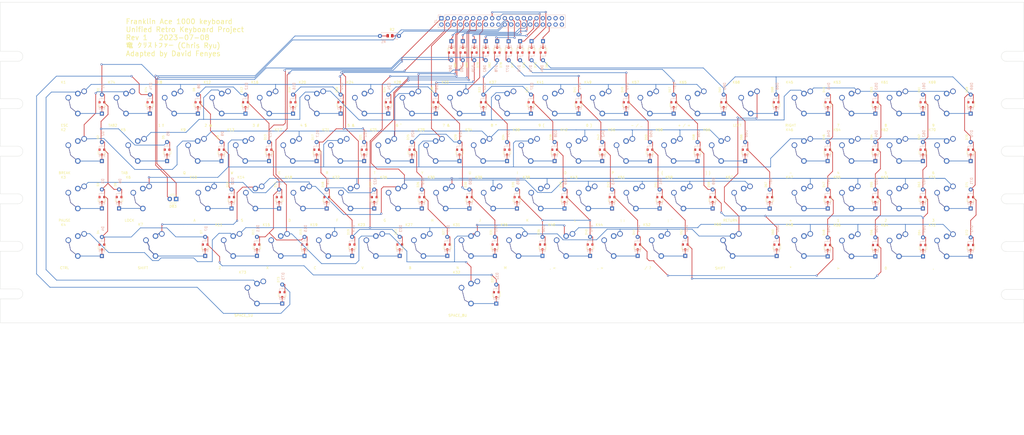
<source format=kicad_pcb>
(kicad_pcb (version 20221018) (generator pcbnew)
  (title_block (title "Franklin Ace 1000 keyboard") (date "2023-07-08") (rev "1") (company "Unified Retro Keyboard Project") (comment 1 "竜 クリストファー (Chris Ryu) ") (comment 2 "Adapted by David Fenyes"))
  (layers (0 "F.Cu" signal) (31 "B.Cu" signal) (34 "B.Paste" user) (35 "F.Paste" user) (36 "B.SilkS" user "B.Silkscreen") (37 "F.SilkS" user "F.Silkscreen") (38 "B.Mask" user) (39 "F.Mask" user) (44 "Edge.Cuts" user))
  (net 0 "")
  (net 1 "Net-(D1-K)")
  (net 2 "Net-(D2-K)")
  (net 3 "Net-(D3-K)")
  (net 4 "Net-(D4-K)")
  (net 5 "Net-(D5-K)")
  (net 6 "Net-(D6-K)")
  (net 7 "Net-(D7-K)")
  (net 8 "Net-(D8-K)")
  (net 9 "Net-(D9-K)")
  (net 10 "Row9")
  (net 11 "Col7")
  (net 12 "Net-(D10-K)")
  (net 13 "Col6")
  (net 14 "Net-(D11-K)")
  (net 15 "Col5")
  (net 17 "Col4")
  (net 19 "Col3")
  (net 21 "Col2")
  (net 23 "Col1")
  (net 25 "Col0")
  (net 31 "Net-(J1-Pin_22)")
  (net 43 "Net-(D12-K)")
  (net 44 "Net-(D13-K)")
  (net 45 "Net-(D14-K)")
  (net 46 "Net-(D15-K)")
  (net 47 "Net-(D16-K)")
  (net 48 "Net-(D17-K)")
  (net 49 "Net-(D18-K)")
  (net 50 "Net-(D19-K)")
  (net 51 "Net-(D20-K)")
  (net 52 "Net-(D21-K)")
  (net 53 "Net-(D22-K)")
  (net 54 "Net-(D23-K)")
  (net 55 "Net-(D24-K)")
  (net 56 "Net-(D25-K)")
  (net 57 "Net-(D26-K)")
  (net 58 "Net-(D27-K)")
  (net 59 "Net-(D28-K)")
  (net 60 "Net-(D29-K)")
  (net 61 "Net-(D30-K)")
  (net 62 "Net-(D31-K)")
  (net 63 "Net-(D32-K)")
  (net 64 "Net-(D33-K)")
  (net 65 "Net-(D34-K)")
  (net 66 "Net-(D35-K)")
  (net 67 "Net-(D36-K)")
  (net 68 "Net-(D37-K)")
  (net 69 "Net-(D38-K)")
  (net 70 "Net-(D39-K)")
  (net 71 "Net-(D40-K)")
  (net 72 "Net-(D41-K)")
  (net 73 "Net-(D42-K)")
  (net 74 "Net-(D43-K)")
  (net 75 "Net-(D44-K)")
  (net 76 "Net-(D45-K)")
  (net 77 "Net-(D46-K)")
  (net 78 "Net-(D47-K)")
  (net 79 "Net-(D48-K)")
  (net 80 "Net-(D49-K)")
  (net 81 "Net-(D50-K)")
  (net 82 "Net-(D51-K)")
  (net 83 "Net-(D52-K)")
  (net 84 "Net-(D53-K)")
  (net 85 "Net-(D54-K)")
  (net 86 "Net-(D55-K)")
  (net 87 "Net-(D56-K)")
  (net 88 "Net-(D57-K)")
  (net 89 "Net-(D58-K)")
  (net 90 "Net-(D59-K)")
  (net 91 "Net-(D60-K)")
  (net 92 "Net-(D61-K)")
  (net 93 "Net-(D62-K)")
  (net 94 "Net-(D63-K)")
  (net 95 "Net-(D64-K)")
  (net 96 "Net-(D65-K)")
  (net 97 "Net-(D66-K)")
  (net 98 "Net-(D67-K)")
  (net 99 "Net-(D68-K)")
  (net 100 "Net-(D69-K)")
  (net 101 "Net-(D70-K)")
  (net 102 "Net-(D71-K)")
  (net 103 "Net-(D72-K)")
  (net 104 "Net-(D83-A)")
  (net 105 "Net-(D73-K)")
  (net 106 "Net-(D74-K)")
  (net 107 "Net-(D75-K)")
  (net 108 "Net-(D76-K)")
  (net 109 "Net-(D77-K)")
  (net 110 "Net-(D78-K)")
  (net 111 "Net-(D79-K)")
  (net 112 "Net-(D80-K)")
  (net 113 "Net-(D81-K)")
  (net 114 "Net-(D82-K)")
  (net 115 "Row0")
  (net 116 "Row1")
  (net 117 "Row2")
  (net 118 "Row3")
  (net 119 "Row4")
  (net 120 "Row5")
  (net 121 "Row6")
  (net 122 "Row7")
  (net 123 "Net-(D83-K)")
  (net 124 "Row10")
  (net 125 "Net-(D84-K)")
  (footprint "unikbd:diode-combined" (layer "F.Cu") (at 364.17826 164.4904 90)
    (fp_text reference "D57")
    (fp_text value "diode-combined" hide)
  )
  (footprint "unikbd:diode-combined" (layer "F.Cu") (at 235.378976 221.5388 90)
    (fp_text reference "D19")
    (fp_text value "diode-combined" hide)
  )
  (footprint "unikbd:diode-combined" (layer "F.Cu") (at 349.746704 221.5388 90)
    (fp_text reference "D44")
    (fp_text value "diode-combined" hide)
  )
  (footprint "unikbd:diode-combined" (layer "F.Cu") (at 263.2964 202.5396 90)
    (fp_text reference "D26")
    (fp_text value "diode-combined" hide)
  )
  (footprint "unikbd:diode-combined" (layer "F.Cu") (at 173.609 164.4904 90)
    (fp_text reference "D8")
    (fp_text value "diode-combined" hide)
  )
  (footprint "unikbd:diode-combined" (layer "F.Cu") (at 259.316492 183.515 90)
    (fp_text reference "D25")
    (fp_text value "diode-combined" hide)
  )
  (footprint "unikbd:Key_MX" (layer "F.Cu") (at 282.998036 221.250352)
    (fp_text reference "K31")
    (fp_text value "N")
  )
  (footprint "unikbd:diode-combined" (layer "F.Cu") (at 183.0578 183.515 90)
    (fp_text reference "D9")
    (fp_text value "diode-combined" hide)
  )
  (footprint "unikbd:Key_MX_2u" (layer "F.Cu") (at 156.633036 221.250352)
    (fp_text reference "K7")
    (fp_text value "SHIFT")
  )
  (footprint "unikbd:diode-combined" (layer "F.Cu") (at 293.116 240.665 90)
    (fp_text reference "D32")
    (fp_text value "diode-combined" hide)
  )
  (footprint "unikbd:Key_MX" (layer "F.Cu") (at 177.588036 202.200352)
    (fp_text reference "K10")
    (fp_text value "A")
  )
  (footprint "unikbd:Key_MX" (layer "F.Cu") (at 359.198036 221.250352)
    (fp_text reference "K52")
    (fp_text value "/ ?")
  )
  (footprint "unikbd:diode-combined" (layer "F.Cu") (at 135.1534 164.4904 90)
    (fp_text reference "D1")
    (fp_text value "diode-combined" hide)
  )
  (footprint "unikbd:diode-combined" (layer "F.Cu") (at 301.3964 202.5396 90)
    (fp_text reference "D35")
    (fp_text value "diode-combined" hide)
  )
  (footprint "unikbd:diode-combined" (layer "F.Cu") (at 384.2004 164.4904 90)
    (fp_text reference "D65")
    (fp_text value "diode-combined" hide)
  )
  (footprint "unikbd:diode-combined" (layer "F.Cu") (at 216.317688 221.5388 90)
    (fp_text reference "D15")
    (fp_text value "diode-combined" hide)
  )
  (footprint "unikbd:diode-combined" (layer "F.Cu") (at 425.9072 164.4904 90)
    (fp_text reference "D45")
    (fp_text value "diode-combined" hide)
  )
  (footprint "unikbd:Key_MX" (layer "F.Cu") (at 306.924836 183.150352)
    (fp_text reference "K38")
    (fp_text value "I")
  )
  (footprint "unikbd:Key_MX" (layer "F.Cu") (at 215.688036 202.200352)
    (fp_text reference "K18")
    (fp_text value "D")
  )
  (footprint "unikbd:Key_MX" (layer "F.Cu") (at 364.151036 183.150352)
    (fp_text reference "K58")
    (fp_text value "[ {")
  )
  (footprint "unikbd:Key_MX" (layer "F.Cu") (at 435.398036 164.100352)
    (fp_text reference "K53")
    (fp_text value "7")
  )
  (footprint "unikbd:Key_MX" (layer "F.Cu") (at 340.148036 221.250352)
    (fp_text reference "K44")
    (fp_text value ". >")
  )
  (footprint "unikbd:diode-combined" (layer "F.Cu") (at 425.831 183.515 90)
    (fp_text reference "D46")
    (fp_text value "diode-combined" hide)
  )
  (footprint "unikbd:Key_MX" (layer "F.Cu") (at 173.524036 183.150352)
    (fp_text reference "K9")
    (fp_text value "Q")
  )
  (footprint "unikbd:diode-combined" (layer "F.Cu") (at 463.9818 202.5396 90)
    (fp_text reference "D63")
    (fp_text value "diode-combined" hide)
  )
  (footprint "unikbd:diode-combined" (layer "F.Cu") (at 293.4843 142.5702 -90)
    (fp_text reference "D78")
    (fp_text value "1N4148" hide)
  )
  (footprint "unikbd:diode-combined" (layer "F.Cu") (at 483.1334 202.5396 90)
    (fp_text reference "D71")
    (fp_text value "diode-combined" hide)
  )
  (footprint "unikbd:Key_MX" (layer "F.Cu") (at 326.051036 183.150352)
    (fp_text reference "K42")
    (fp_text value "O")
  )
  (footprint "unikbd:Key_MX_Spacebar_5.25" (layer "F.Cu") (at 282.998036 240.300352)
    (fp_text reference "K32")
    (fp_text value "SPACE_8U")
  )
  (footprint "unikbd:diode-combined" (layer "F.Cu") (at 142.0368 202.5142 90)
    (fp_text reference "D6")
    (fp_text value "diode-combined" hide)
  )
  (footprint "unikbd:diode-combined" (layer "F.Cu") (at 278.373419 183.515 90)
    (fp_text reference "D29")
    (fp_text value "diode-combined" hide)
  )
  (footprint "unikbd:diode-combined" (layer "F.Cu") (at 288.896425 142.5702 -90)
    (fp_text reference "D82")
    (fp_text value "1N4148" hide)
  )
  (footprint "unikbd:diode-combined" (layer "F.Cu") (at 240.1926 183.515 90)
    (fp_text reference "D21")
    (fp_text value "diode-combined" hide)
  )
  (footprint "unikbd:Key_MX" (layer "F.Cu") (at 234.738036 202.200352)
    (fp_text reference "K22")
    (fp_text value "F")
  )
  (footprint "unikbd:Key_MX" (layer "F.Cu") (at 435.398036 202.200352)
    (fp_text reference "K55")
    (fp_text value "1")
  )
  (footprint "unikbd:diode-combined" (layer "F.Cu") (at 307.247925 142.5702 -90)
    (fp_text reference "D75")
    (fp_text value "1N4148" hide)
  )
  (footprint "MountingHole:MountingHole_3.2mm_M3" (layer "F.Cu") (at 233.9286 143.9926)
    (fp_text reference "REF**" hide)
    (fp_text value "MountingHole_3.2mm_M3")
  )
  (footprint "unikbd:Key_MX" (layer "F.Cu") (at 454.448036 221.377352)
    (fp_text reference "K64")
    (fp_text value "0")
  )
  (footprint "unikbd:diode-combined" (layer "F.Cu") (at 230.779778 164.4904 90)
    (fp_text reference "D20")
    (fp_text value "diode-combined" hide)
  )
  (footprint "unikbd:Key_MX" (layer "F.Cu") (at 253.788036 202.200352)
    (fp_text reference "K26")
    (fp_text value "G")
  )
  (footprint "unikbd:Key_MX" (layer "F.Cu") (at 202.194389 164.100352)
    (fp_text reference "K16")
    (fp_text value "3 #")
  )
  (footprint "unikbd:Key_MX" (layer "F.Cu") (at 383.201036 183.150352)
    (fp_text reference "K66")
    (fp_text value "] }")
  )
  (footprint "unikbd:Key_MX" (layer "F.Cu") (at 416.348036 221.250352)
    (fp_text reference "K48")
    (fp_text value "*")
  )
  (footprint "unikbd:diode-combined" (layer "F.Cu") (at 326.064408 164.4904 90)
    (fp_text reference "D41")
    (fp_text value "diode-combined" hide)
  )
  (footprint "unikbd:diode-combined" (layer "F.Cu") (at 339.4964 202.5396 90)
    (fp_text reference "D43")
    (fp_text value "diode-combined" hide)
  )
  (footprint "unikbd:Key_MX" (layer "F.Cu") (at 435.398036 221.377352)
    (fp_text reference "K56")
    (fp_text value ">")
  )
  (footprint "unikbd:diode-combined" (layer "F.Cu") (at 161.2646 183.515 90)
    (fp_text reference "D5")
    (fp_text value "diode-combined" hide)
  )
  (footprint "unikbd:diode-combined" (layer "F.Cu") (at 358.5464 202.5396 90)
    (fp_text reference "D51")
    (fp_text value "diode-combined" hide)
  )
  (footprint "unikbd:Key_MX" (layer "F.Cu") (at 197.273036 240.300352)
    (fp_text reference "K73")
    (fp_text value "SPACE_1U")
  )
  (footprint "unikbd:diode-combined" (layer "F.Cu") (at 176.53 221.5548 90)
    (fp_text reference "D7")
    (fp_text value "diode-combined" hide)
  )
  (footprint "unikbd:diode-combined" (layer "F.Cu") (at 275.1328 142.5702 -90)
    (fp_text reference "D81")
    (fp_text value "1N4148" hide)
  )
  (footprint "MountingHole:MountingHole_3.2mm_M3" (layer "F.Cu") (at 357.4642 143.9926)
    (fp_text reference "REF**" hide)
    (fp_text value "MountingHole_3.2mm_M3")
  )
  (footprint "unikbd:Key_MX" (layer "F.Cu") (at 206.798036 221.250352)
    (fp_text reference "K15")
    (fp_text value "X")
  )
  (footprint "unikbd:Key_MX" (layer "F.Cu") (at 278.422093 164.100352)
    (fp_text reference "K33")
    (fp_text value "7 &")
  )
  (footprint "unikbd:diode-combined" (layer "F.Cu") (at 135.1534 202.5142 90)
    (fp_text reference "D3")
    (fp_text value "diode-combined" hide)
  )
  (footprint "unikbd:diode-combined" (layer "F.Cu") (at 192.665926 164.4904 90)
    (fp_text reference "D12")
    (fp_text value "diode-combined" hide)
  )
  (footprint "unikbd:diode-combined" (layer "F.Cu") (at 292.56284 221.5388 90)
    (fp_text reference "D31")
    (fp_text value "diode-combined" hide)
  )
  (footprint "unikbd:diode-combined" (layer "F.Cu") (at 284.30855 142.5702 -90)
    (fp_text reference "D79")
    (fp_text value "1N4148" hide)
  )
  (footprint "unikbd:diode-combined" (layer "F.Cu") (at 279.720675 142.5702 -90)
    (fp_text reference "D80")
    (fp_text value "1N4148" hide)
  )
  (footprint "unikbd:diode-combined" (layer "F.Cu") (at 444.948733 164.4904 90)
    (fp_text reference "D53")
    (fp_text value "diode-combined" hide)
  )
  (footprint "unikbd:Key_MX" (layer "F.Cu") (at 230.674036 183.150352)
    (fp_text reference "K21")
    (fp_text value "R")
  )
  (footprint "unikbd:Key_MX" (layer "F.Cu") (at 416.348036 202.200352)
    (fp_text reference "K47")
    (fp_text value "+")
  )
  (footprint "unikbd:Key_MX" (layer "F.Cu") (at 259.365167 164.100352)
    (fp_text reference "K28")
    (fp_text value "6 ^")
  )
  (footprint "unikbd:diode-combined" (layer "F.Cu") (at 135.1534 183.515 90)
    (fp_text reference "D2")
    (fp_text value "diode-combined" hide)
  )
  (footprint "unikbd:diode-combined" (layer "F.Cu") (at 207.391 240.6396 90)
    (fp_text reference "D73")
    (fp_text value "diode-combined" hide)
  )
  (footprint "unikbd:diode-combined" (layer "F.Cu") (at 405.2062 164.4904 90)
    (fp_text reference "D68")
    (fp_text value "diode-combined" hide)
  )
  (footprint "unikbd:Key_MX" (layer "F.Cu") (at 373.706723 164.100352)
    (fp_text reference "K65")
    (fp_text value "+ / =")
  )
  (footprint "unikbd:diode-combined" (layer "F.Cu") (at 405.4348 221.5896 90)
    (fp_text reference "D60")
    (fp_text value "diode-combined" hide)
  )
  (footprint "unikbd:Key_MX" (layer "F.Cu") (at 125.518036 164.100352)
    (fp_text reference "K1")
    (fp_text value "ESC")
  )
  (footprint "MountingHole:MountingHole_3.2mm_M3" (layer "F.Cu") (at 167.10936 244.729)
    (fp_text reference "REF**" hide)
    (fp_text value "MountingHole_3.2mm_M3")
  )
  (footprint "unikbd:diode-combined" (layer "F.Cu") (at 254.440264 221.5388 90)
    (fp_text reference "D23")
    (fp_text value "diode-combined" hide)
  )
  (footprint "unikbd:diode-combined" (layer "F.Cu") (at 244.2464 202.5396 90)
    (fp_text reference "D22")
    (fp_text value "diode-combined" hide)
  )
  (footprint "unikbd:diode-combined" (layer "F.Cu") (at 187.0964 202.5396 90)
    (fp_text reference "D10")
    (fp_text value "diode-combined" hide)
  )
  (footprint "unikbd:Key_MX" (layer "F.Cu") (at 310.938036 202.200352)
    (fp_text reference "K39")
    (fp_text value "K")
  )
  (footprint "unikbd:Key_MX" (layer "F.Cu") (at 335.592871 164.100352)
    (fp_text reference "K49")
    (fp_text value "0 )")
  )
  (footprint "unikbd:diode-combined" (layer "F.Cu") (at 463.9818 183.515 90)
    (fp_text reference "D62")
    (fp_text value "diode-combined" hide)
  )
  (footprint "unikbd:Key_MX" (layer "F.Cu") (at 395.027379 164.100352)
    (fp_text reference "K68")
    (fp_text value "LEFT")
  )
  (footprint "unikbd:Key_MX" (layer "F.Cu") (at 349.038036 202.200352)
    (fp_text reference "K51")
    (fp_text value "; :")
  )
  (footprint "unikbd:diode-combined" (layer "F.Cu") (at 282.3464 202.5396 90)
    (fp_text reference "D30")
    (fp_text value "diode-combined" hide)
  )
  (footprint "MountingHole:MountingHole_3.2mm_M3" (layer "F.Cu") (at 477.1898 244.729)
    (fp_text reference "REF**" hide)
    (fp_text value "MountingHole_3.2mm_M3")
  )
  (footprint "unikbd:Key_MX" (layer "F.Cu") (at 183.137463 164.100352)
    (fp_text reference "K12")
    (fp_text value "2 @")
  )
  (footprint "unikbd:diode-combined" (layer "F.Cu") (at 373.72867 183.515 90)
    (fp_text reference "D58")
    (fp_text value "diode-combined" hide)
  )
  (footprint "unikbd:Key_MX" (layer "F.Cu") (at 151.553036 202.200352)
    (fp_text reference "K6")
    (fp_text value "LOCK")
  )
  (footprint "unikbd:Key_MX" (layer "F.Cu") (at 329.988036 202.200352)
    (fp_text reference "K43")
    (fp_text value "L")
  )
  (footprint "unikbd:diode-combined" (layer "F.Cu") (at 483.1334 164.4904 90)
    (fp_text reference "D69")
    (fp_text value "diode-combined" hide)
  )
  (footprint "MountingHole:MountingHole_3.2mm_M3" (layer "F.Cu") (at 118.013 143.9926)
    (fp_text reference "REF**" hide)
    (fp_text value "MountingHole_3.2mm_M3")
  )
  (footprint "unikbd:diode-combined" (layer "F.Cu") (at 483.1334 183.515 90)
    (fp_text reference "D70")
    (fp_text value "diode-combined" hide)
  )
  (footprint "unikbd:Key_MX" (layer "F.Cu") (at 249.724036 183.150352)
    (fp_text reference "K25")
    (fp_text value "T")
  )
  (footprint "MountingHole:MountingHole_3.2mm_M3" (layer "F.Cu") (at 381.10344 244.729)
    (fp_text reference "REF**" hide)
    (fp_text value "MountingHole_3.2mm_M3")
  )
  (footprint "unikbd:Key_MX" (layer "F.Cu") (at 473.498036 183.150352)
    (fp_text reference "K70")
    (fp_text value "6")
  )
  (footprint "unikbd:Key_MX" (layer "F.Cu") (at 302.048036 221.250352)
    (fp_text reference "K36")
    (fp_text value "M")
  )
  (footprint "unikbd:diode-combined" (layer "F.Cu") (at 135.1534 221.5896 90)
    (fp_text reference "D4")
    (fp_text value "diode-combined" hide)
  )
  (footprint "unikbd:diode-combined" (layer "F.Cu") (at 425.8818 202.5396 90)
    (fp_text reference "D47")
    (fp_text value "diode-combined" hide)
  )
  (footprint "unikbd:Key_MX" (layer "F.Cu") (at 187.748036 221.250352)
    (fp_text reference "K11")
    (fp_text value "Z")
  )
  (footprint "unikbd:Key_MX" (layer "F.Cu") (at 454.448036 183.150352)
    (fp_text reference "K62")
    (fp_text value "5")
  )
  (footprint "unikbd:Key_MX" (layer "F.Cu") (at 268.824836 183.150352)
    (fp_text reference "K29")
    (fp_text value "Y")
  )
  (footprint "unikbd:diode-combined" (layer "F.Cu") (at 345.121334 164.4904 90)
    (fp_text reference "D49")
    (fp_text value "diode-combined" hide)
  )
  (footprint "unikbd:diode-combined" (layer "F.Cu") (at 425.8564 221.742 90)
    (fp_text reference "D48")
    (fp_text value "diode-combined" hide)
  )
  (footprint "Resistor_SMD:R_0805_2012Metric" (layer "F.Cu") (at 250.5456 136.8298)
    (fp_text reference "R2")
    (fp_text value "RES 330 ohm 1% MLCC 0805 Yageo" hide)
  )
  (footprint "unikbd:diode-combined" (layer "F.Cu") (at 335.5442 183.515 90)
    (fp_text reference "D42")
    (fp_text value "diode-combined" hide)
  )
  (footprint "unikbd:diode-combined" (layer "F.Cu") (at 287.950556 164.4904 90)
    (fp_text reference "D33")
    (fp_text value "diode-combined" hide)
  )
  (footprint "unikbd:Key_MX" (layer "F.Cu") (at 125.518036 202.200352)
    (fp_text reference "K3")
    (fp_text value "PAUSE")
  )
  (footprint "unikbd:diode-combined" (layer "F.Cu") (at 311.624128 221.5388 90)
    (fp_text reference "D36")
    (fp_text value "diode-combined" hide)
  )
  (footprint "unikbd:diode-combined" (layer "F.Cu") (at 402.6408 202.565 90)
    (fp_text reference "D67")
    (fp_text value "diode-combined" hide)
  )
  (footprint "unikbd:Key_MX" (layer "F.Cu") (at 240.308241 164.100352)
    (fp_text reference "K24")
    (fp_text value "5 &")
  )
  (footprint "unikbd:Key_MX" (layer "F.Cu") (at 164.126036 164.100352)
    (fp_text reference "K8")
    (fp_text value "1 !")
  )
  (footprint "unikbd:Key_MX" (layer "F.Cu") (at 345.101036 183.150352)
    (fp_text reference "K50")
    (fp_text value "P")
  )
  (footprint "unikbd:Key_MX" (layer "F.Cu") (at 473.498036 202.200352)
    (fp_text reference "K71")
    (fp_text value "3")
  )
  (footprint "unikbd:Key_MX" (layer "F.Cu") (at 416.348036 164.100352)
    (fp_text reference "K45")
    (fp_text value "RIGHT")
  )
  (footprint "unikbd:diode-combined" (layer "F.Cu") (at 463.990266 164.4904 90)
    (fp_text reference "D61")
    (fp_text value "diode-combined" hide)
  )
  (footprint "unikbd:diode-combined" (layer "F.Cu") (at 483.1334 221.742 90)
    (fp_text reference "D72")
    (fp_text value "diode-combined" hide)
  )
  (footprint "unikbd:Key_MX" (layer "F.Cu") (at 354.649797 164.100352)
    (fp_text reference "K57")
    (fp_text value "- / _")
  )
  (footprint "unikbd:Key_MX" (layer "F.Cu") (at 225.848036 221.250352)
    (fp_text reference "K19")
    (fp_text value "C")
  )
  (footprint "unikbd:diode-combined" (layer "F.Cu") (at 302.66005 142.5702 -90)
    (fp_text reference "D76")
    (fp_text value "1N4148" hide)
  )
  (footprint "unikbd:diode-combined" (layer "F.Cu") (at 225.1964 202.5396 90)
    (fp_text reference "D18")
    (fp_text value "diode-combined" hide)
  )
  (footprint "unikbd:diode-combined" (layer "F.Cu") (at 311.8358 142.5702 -90)
    (fp_text reference "D84")
    (fp_text value "1N4148" hide)
  )
  (footprint "unikbd:Key_MX" (layer "F.Cu") (at 244.898036 221.250352)
    (fp_text reference "K23")
    (fp_text value "V")
  )
  (footprint "unikbd:Key_MX" (layer "F.Cu") (at 125.518036 183.150352)
    (fp_text reference "K2")
    (fp_text value "BREAK")
  )
  (footprint "unikbd:diode-combined" (layer "F.Cu") (at 354.671743 183.515 90)
    (fp_text reference "D50")
    (fp_text value "diode-combined" hide)
  )
  (footprint "unikbd:diode-combined" (layer "F.Cu") (at 392.7856 183.515 90)
    (fp_text reference "D66")
    (fp_text value "diode-combined" hide)
  )
  (footprint "unikbd:diode-combined" (layer "F.Cu") (at 211.722852 164.4904 90)
    (fp_text reference "D16")
    (fp_text value "diode-combined" hide)
  )
  (footprint "unikbd:Key_MX" (layer "F.Cu") (at 473.498036 164.100352)
    (fp_text reference "K69")
    (fp_text value "9")
  )
  (footprint "unikbd:diode-combined" (layer "F.Cu") (at 307.007482 164.4904 90)
    (fp_text reference "D37")
    (fp_text value "diode-combined" hide)
  )
  (footprint "unikbd:diode-combined" (layer "F.Cu") (at 197.2564 221.5388 90)
    (fp_text reference "D11")
    (fp_text value "diode-combined" hide)
  )
  (footprint "unikbd:diode-combined" (layer "F.Cu") (at 330.685416 221.5388 90)
    (fp_text reference "D40")
    (fp_text value "diode-combined" hide)
  )
  (footprint "unikbd:Key_MX" (layer "F.Cu") (at 454.448036 164.100352)
    (fp_text reference "K61")
    (fp_text value "8")
  )
  (footprint "unikbd:diode-combined" (layer "F.Cu") (at 368.808 221.5388 90)
    (fp_text reference "D52")
    (fp_text value "diode-combined" hide)
  )
  (footprint "unikbd:diode-combined" (layer "F.Cu") (at 444.9318 183.515 90)
    (fp_text reference "D54")
    (fp_text value "diode-combined" hide)
  )
  (footprint "unikbd:Key_MX_2u" (layer "F.Cu") (at 387.773036 221.250352)
    (fp_text reference "K60")
    (fp_text value "SHIFT")
  )
  (footprint "unikbd:diode-combined" (layer "F.Cu") (at 464.041066 221.742 90)
    (fp_text reference "D64")
    (fp_text value "diode-combined" hide)
  )
  (footprint "unikbd:diode-combined" (layer "F.Cu") (at 206.1464 202.5396 90)
    (fp_text reference "D14")
    (fp_text value "diode-combined" hide)
  )
  (footprint "unikbd:Key_MX" (layer "F.Cu") (at 144.822036 164.100352)
    (fp_text reference "K74")
    (fp_text value "TAB2")
  )
  (footprint "unikbd:diode-combined" (layer "F.Cu") (at 202.0926 183.515 90)
    (fp_text reference "D13")
    (fp_text value "diode-combined" hide)
  )
  (footprint "unikbd:Key_MX" (layer "F.Cu") (at 435.398036 183.150352)
    (fp_text reference "K54")
    (fp_text value "4")
  )
  (footprint "unikbd:Key_MX" (layer "F.Cu") (at 211.624036 183.150352)
    (fp_text reference "K17")
    (fp_text value "E")
  )
  (footprint "unikbd:Key_MX" (layer "F.Cu") (at 316.535945 164.100352)
    (fp_text reference "K41")
    (fp_text value "9 (")
  )
  (footprint "unikbd:Key_MX" (layer "F.Cu") (at 192.574036 183.150352)
    (fp_text reference "K13")
    (fp_text value "W")
  )
  (footprint "unikbd:diode-combined" (layer "F.Cu") (at 379.7808 202.5396 90)
    (fp_text reference "D59")
    (fp_text value "diode-combined" hide)
  )
  (footprint "unikbd:Key_MX" (layer "F.Cu") (at 287.874836 183.150352)
    (fp_text reference "K34")
    (fp_text value "U")
  )
  (footprint "unikbd:Key_MX" (layer "F.Cu") (at 291.888036 202.200352)
    (fp_text reference "K35")
    (fp_text value "J")
  )
  (footprint "unikbd:diode-combined" (layer "F.Cu") (at 249.836704 164.4904 90)
    (fp_text reference "D24")
    (fp_text value "diode-combined" hide)
  )
  (footprint "unikbd:Key_MX" (layer "F.Cu") (at 368.088036 202.200352)
    (fp_text reference "K59")
    (fp_text value "; \"")
  )
  (footprint "unikbd:diode-combined" (layer "F.Cu") (at 320.4464 202.5396 90)
    (fp_text reference "D39")
    (fp_text value "diode-combined" hide)
  )
  (footprint "unikbd:Key_MX" (layer "F.Cu") (at 321.098036 221.250352)
    (fp_text reference "K40")
    (fp_text value ", <")
  )
  (footprint "MountingHole:MountingHole_3.2mm_M3" (layer "F.Cu") (at 119.888 244.729)
    (fp_text reference "REF**" hide)
    (fp_text value "MountingHole_3.2mm_M3")
  )
  (footprint "unikbd:Key_MX" (layer "F.Cu") (at 272.838036 202.200352)
    (fp_text reference "K30")
    (fp_text value "H")
  )
  (footprint "LED_THT:LED_D3.0mm" (layer "F.Cu") (at 164.9018 202.2856 180)
    (fp_text reference "D83")
    (fp_text value "LED")
  )
  (footprint "unikbd:diode-combined" (layer "F.Cu") (at 444.948733 221.742 90)
    (fp_text reference "D56")
    (fp_text value "diode-combined" hide)
  )
  (footprint "unikbd:diode-combined" (layer "F.Cu") (at 154.3812 164.4904 90)
    (fp_text reference "D74")
    (fp_text value "diode-combined" hide)
  )
  (footprint "unikbd:diode-combined" (layer "F.Cu") (at 444.9318 202.5396 90)
    (fp_text reference "D55")
    (fp_text value "diode-combined" hide)
  )
  (footprint "unikbd:Key_MX" (layer "F.Cu") (at 392.218036 202.200352)
    (fp_text reference "K67")
    (fp_text value "RETURN")
  )
  (footprint "unikbd:diode-combined" (layer "F.Cu") (at 316.487273 183.515 90)
    (fp_text reference "D38")
    (fp_text value "diode-combined" hide)
  )
  (footprint "unikbd:diode-combined" (layer "F.Cu") (at 268.89363 164.4904 90)
    (fp_text reference "D28")
    (fp_text value "diode-combined" hide)
  )
  (footprint "unikbd:diode-combined" (layer "F.Cu") (at 298.072175 142.5702 -90)
    (fp_text reference "D77")
    (fp_text value "1N4148" hide)
  )
  (footprint "MountingHole:MountingHole_3.2mm_M3" (layer "F.Cu") (at 477.1898 143.9926)
    (fp_text reference "REF**" hide)
    (fp_text value "MountingHole_3.2mm_M3")
  )
  (footprint "unikbd:Key_MX" (layer "F.Cu") (at 263.948036 221.250352)
    (fp_text reference "K27")
    (fp_text value "B")
  )
  (footprint "unikbd:diode-combined" (layer "F.Cu") (at 221.168 183.515 90)
    (fp_text reference "D17")
    (fp_text value "diode-combined" hide)
  )
  (footprint "unikbd:Key_MX" (layer "F.Cu") (at 473.498036 221.377352)
    (fp_text reference "K72")
    (fp_text value ".")
  )
  (footprint "unikbd:Key_MX" (layer "F.Cu") (at 416.348036 183.150352)
    (fp_text reference "K46")
    (fp_text value "-")
  )
  (footprint "unikbd:Key_MX" (layer "F.Cu") (at 196.638036 202.200352)
    (fp_text reference "K14")
    (fp_text value "S")
  )
  (footprint "unikbd:diode-combined" (layer "F.Cu") (at 297.430346 183.515 90)
    (fp_text reference "D34")
    (fp_text value "diode-combined" hide)
  )
  (footprint "unikbd:Key_MX" (layer "F.Cu") (at 125.518036 221.250352)
    (fp_text reference "K4")
    (fp_text value "CTRL")
  )
  (footprint "unikbd:Key_MX" (layer "F.Cu") (at 221.251315 164.100352)
    (fp_text reference "K20")
    (fp_text value "4 $")
  )
  (footprint "unikbd:Key_MX" (layer "F.Cu") (at 297.479019 164.100352)
    (fp_text reference "K37")
    (fp_text value "8 *")
  )
  (footprint "unikbd:Key_MX" (layer "F.Cu") (at 454.448036 202.200352)
    (fp_text reference "K63")
    (fp_text value "2")
  )
  (footprint "unikbd:Key_MX" (layer "F.Cu") (at 149.521036 183.150352)
    (fp_text reference "K5")
    (fp_text value "TAB")
  )
  (footprint "unikbd:diode-combined" (layer "F.Cu") (at 273.501552 221.5388 90)
    (fp_text reference "D27")
    (fp_text value "diode-combined" hide)
  )
  (footprint "Connector_PinHeader_2.54mm:PinHeader_2x20_P2.54mm_Vertical" (layer "B.Cu") (at 271.146036 129.799352 -90)
    (fp_text reference "J1")
    (fp_text value "Conn_02x20_Odd_Even")
  )
  (footprint "Resistor_THT:R_Axial_DIN0207_L6.3mm_D2.5mm_P7.62mm_Horizontal" (layer "B.Cu") (at 246.5324 136.906)
    (fp_text reference "R1")
    (fp_text value "330 ohms")
  )
  (gr_line (start 504.4 166.100352) (end 497.4 166.100352) (stroke (width 0.1)) (layer "Edge.Cuts"))
  (gr_line (start 504.4 204.200352) (end 504.4 219.377352) (stroke (width 0.1)) (layer "Edge.Cuts"))
  (gr_arc (start 101.5 181.150352) (mid 103.5 183.150352) (end 101.5 185.150352) (stroke (width 0.1)) (layer "Edge.Cuts"))
  (gr_line (start 101.5 204.2) (end 94.5 204.2) (stroke (width 0.1)) (layer "Edge.Cuts"))
  (gr_line (start 101.5 238.3) (end 94.4 238.3) (stroke (width 0.1)) (layer "Edge.Cuts"))
  (gr_line (start 94.5 181.150352) (end 101.5 181.150352) (stroke (width 0.1)) (layer "Edge.Cuts"))
  (gr_line (start 497.4 181.150352) (end 504.4 181.150352) (stroke (width 0.1)) (layer "Edge.Cuts"))
  (gr_line (start 504.4 238.577) (end 504.4 223.377352) (stroke (width 0.1)) (layer "Edge.Cuts"))
  (gr_arc (start 497.4 147.1) (mid 495.4 145.1) (end 497.4 143.1) (stroke (width 0.1)) (layer "Edge.Cuts"))
  (gr_line (start 101.5 166.100352) (end 94.5 166.100352) (stroke (width 0.1)) (layer "Edge.Cuts"))
  (gr_arc (start 101.5 162.100352) (mid 103.5 164.100352) (end 101.5 166.100352) (stroke (width 0.1)) (layer "Edge.Cuts"))
  (gr_line (start 94.5 200.2) (end 94.5 185.150352) (stroke (width 0.1)) (layer "Edge.Cuts"))
  (gr_line (start 497.4 162.100352) (end 504.4 162.100352) (stroke (width 0.1)) (layer "Edge.Cuts"))
  (gr_line (start 101.5 147.1) (end 94.5 147.1) (stroke (width 0.1)) (layer "Edge.Cuts"))
  (gr_line (start 504.4 123.4) (end 504.4 143.1) (stroke (width 0.1)) (layer "Edge.Cuts"))
  (gr_line (start 504.4 147.1) (end 504.4 162.100352) (stroke (width 0.1)) (layer "Edge.Cuts"))
  (gr_line (start 94.5 251.9) (end 504.4 251.9) (stroke (width 0.1)) (layer "Edge.Cuts"))
  (gr_line (start 497.4 219.377352) (end 504.4 219.377352) (stroke (width 0.1)) (layer "Edge.Cuts"))
  (gr_arc (start 497.4 204.200352) (mid 495.4 202.200352) (end 497.4 200.200352) (stroke (width 0.1)) (layer "Edge.Cuts"))
  (gr_line (start 94.5 143.1) (end 94.5 123.4) (stroke (width 0.1)) (layer "Edge.Cuts"))
  (gr_line (start 497.4 200.200352) (end 504.4 200.200352) (stroke (width 0.1)) (layer "Edge.Cuts"))
  (gr_arc (start 497.4 223.377352) (mid 495.4 221.377352) (end 497.4 219.377352) (stroke (width 0.1)) (layer "Edge.Cuts"))
  (gr_line (start 94.5 162.100352) (end 101.5 162.100352) (stroke (width 0.1)) (layer "Edge.Cuts"))
  (gr_line (start 504.4 123.4) (end 94.5 123.4) (stroke (width 0.1)) (layer "Edge.Cuts"))
  (gr_line (start 94.5 200.2) (end 101.5 200.2) (stroke (width 0.1)) (layer "Edge.Cuts"))
  (gr_arc (start 101.5 219.250352) (mid 103.5 221.250352) (end 101.5 223.250352) (stroke (width 0.1)) (layer "Edge.Cuts"))
  (gr_arc (start 101.5 143.1) (mid 103.5 145.1) (end 101.5 147.1) (stroke (width 0.1)) (layer "Edge.Cuts"))
  (gr_arc (start 497.4 242.577) (mid 495.4 240.577) (end 497.4 238.577) (stroke (width 0.1)) (layer "Edge.Cuts"))
  (gr_line (start 504.4 166.100352) (end 504.4 181.150352) (stroke (width 0.1)) (layer "Edge.Cuts"))
  (gr_line (start 94.4 238.3) (end 94.4 223.250352) (stroke (width 0.1)) (layer "Edge.Cuts"))
  (gr_line (start 94.5 219.250352) (end 101.5 219.250352) (stroke (width 0.1)) (layer "Edge.Cuts"))
  (gr_line (start 497.4 143.1) (end 504.4 143.1) (stroke (width 0.1)) (layer "Edge.Cuts"))
  (gr_line (start 94.5 143.1) (end 101.5 143.1) (stroke (width 0.1)) (layer "Edge.Cuts"))
  (gr_line (start 497.4 238.577) (end 504.4 238.577) (stroke (width 0.1)) (layer "Edge.Cuts"))
  (gr_line (start 94.5 242.3) (end 101.5 242.3) (stroke (width 0.1)) (layer "Edge.Cuts"))
  (gr_line (start 504.4 242.577) (end 504.4 251.9) (stroke (width 0.1)) (layer "Edge.Cuts"))
  (gr_line (start 94.5 162.100352) (end 94.5 147.1) (stroke (width 0.1)) (layer "Edge.Cuts"))
  (gr_line (start 101.5 185.150352) (end 94.5 185.150352) (stroke (width 0.1)) (layer "Edge.Cuts"))
  (gr_arc (start 497.4 166.100352) (mid 495.4 164.100352) (end 497.4 162.100352) (stroke (width 0.1)) (layer "Edge.Cuts"))
  (gr_arc (start 101.5 238.3) (mid 103.5 240.3) (end 101.5 242.3) (stroke (width 0.1)) (layer "Edge.Cuts"))
  (gr_line (start 94.5 181.150352) (end 94.5 166.100352) (stroke (width 0.1)) (layer "Edge.Cuts"))
  (gr_line (start 101.5 223.250352) (end 94.4 223.250352) (stroke (width 0.1)) (layer "Edge.Cuts"))
  (gr_arc (start 101.5 200.2) (mid 103.5 202.2) (end 101.5 204.2) (stroke (width 0.1)) (layer "Edge.Cuts"))
  (gr_arc (start 497.4 185.150352) (mid 495.4 183.150352) (end 497.4 181.150352) (stroke (width 0.1)) (layer "Edge.Cuts"))
  (gr_line (start 504.4 204.200352) (end 497.4 204.200352) (stroke (width 0.1)) (layer "Edge.Cuts"))
  (gr_line (start 94.5 219.250352) (end 94.5 204.2) (stroke (width 0.1)) (layer "Edge.Cuts"))
  (gr_line (start 504.4 223.377352) (end 497.4 223.377352) (stroke (width 0.1)) (layer "Edge.Cuts"))
  (gr_line (start 504.4 185.150352) (end 504.4 200.200352) (stroke (width 0.1)) (layer "Edge.Cuts"))
  (gr_line (start 94.5 242.3) (end 94.5 251.9) (stroke (width 0.1)) (layer "Edge.Cuts"))
  (gr_line (start 504.4 242.577) (end 497.4 242.577) (stroke (width 0.1)) (layer "Edge.Cuts"))
  (gr_line (start 504.4 185.150352) (end 497.4 185.150352) (stroke (width 0.1)) (layer "Edge.Cuts"))
  (gr_line (start 504.4 147.1) (end 497.4 147.1) (stroke (width 0.1)) (layer "Edge.Cuts"))
  (gr_text "${TITLE}\n${COMPANY}\nRev ${REVISION}   ${ISSUE_DATE}\n${COMMENT1}\n${COMMENT2}" (at 144.5768 137.541) (layer "F.SilkS") (effects (font (size 2 2) (thickness 0.3)) (justify left)))
  (segment (start 125.518036 167.999252) (end 135.030052 167.999252) (width 0.254) (layer "B.Cu") (net 1))
  (segment (start 134.8232 187.071) (end 125.539784 187.071) (width 0.254) (layer "B.Cu") (net 2))
  (segment (start 125.518036 206.099252) (end 135.124348 206.099252) (width 0.25) (layer "B.Cu") (net 3))
  (segment (start 125.518036 225.149252) (end 135.149748 225.149252) (width 0.25) (layer "B.Cu") (net 4))
  (segment (start 149.616286 187.049252) (end 161.242852 187.049252) (width 0.254) (layer "B.Cu") (net 5))
  (segment (start 142.0368 206.0702) (end 151.523984 206.0702) (width 0.25) (layer "B.Cu") (net 6))
  (segment (start 156.633036 225.149252) (end 176.491548 225.149252) (width 0.25) (layer "B.Cu") (net 7))
  (segment (start 164.126036 167.999252) (end 173.536452 167.999252) (width 0.254) (layer "B.Cu") (net 8))
  (segment (start 173.524036 187.049252) (end 183.137652 187.049252) (width 0.254) (layer "B.Cu") (net 9))
  (segment (start 402.6408 191.4202) (end 393.7356 182.515) (width 0.25) (layer "F.Cu") (net 10))
  (segment (start 483.0318 160.4264) (end 481.8888 160.4264) (width 0.254) (layer "F.Cu") (net 10))
  (segment (start 483.1334 198.4756) (end 484.9368 196.6722) (width 0.25) (layer "F.Cu") (net 10))
  (segment (start 480.695 174.7774) (end 483.0318 177.1142) (width 0.254) (layer "F.Cu") (net 10))
  (segment (start 485.2924 208.7118) (end 485.2924 202.7486) (width 0.25) (layer "F.Cu") (net 10))
  (segment (start 483.1334 217.678) (end 483.1334 210.8708) (width 0.25) (layer "F.Cu") (net 10))
  (segment (start 392.7856 171.1256) (end 392.7856 179.451) (width 0.254) (layer "F.Cu") (net 10))
  (segment (start 484.9368 183.3684) (end 484.0834 182.515) (width 0.25) (layer "F.Cu") (net 10))
  (segment (start 402.6408 198.501) (end 402.6408 191.4202) (width 0.25) (layer "F.Cu") (net 10))
  (segment (start 480.695 161.6202) (end 480.695 174.7774) (width 0.254) (layer "F.Cu") (net 10))
  (segment (start 483.0318 177.1142) (end 483.0318 179.451) (width 0.254) (layer "F.Cu") (net 10))
  (segment (start 485.2924 202.7486) (end 484.0834 201.5396) (width 0.25) (layer "F.Cu") (net 10))
  (segment (start 385.1504 163.4904) (end 392.7856 171.1256) (width 0.254) (layer "F.Cu") (net 10))
  (segment (start 483.1334 210.8708) (end 485.2924 208.7118) (width 0.25) (layer "F.Cu") (net 10))
  (segment (start 484.9368 196.6722) (end 484.9368 183.3684) (width 0.25) (layer "F.Cu") (net 10))
  (segment (start 481.8888 160.4264) (end 480.695 161.6202) (width 0.254) (layer "F.Cu") (net 10))
  (segment (start 376.047 149.733) (end 384.2004 157.8864) (width 0.25) (layer "B.Cu") (net 10))
  (segment (start 405.1554 153.3144) (end 405.2062 153.3652) (width 0.25) (layer "B.Cu") (net 10))
  (segment (start 384.2004 160.4264) (end 384.2004 157.8864) (width 0.25) (layer "B.Cu") (net 10))
  (segment (start 405.1554 153.3144) (end 476.0214 153.3144) (width 0.25) (layer "B.Cu") (net 10))
  (segment (start 476.0214 153.3144) (end 483.1334 160.4264) (width 0.25) (layer "B.Cu") (net 10))
  (segment (start 405.2062 153.3652) (end 405.2062 160.4264) (width 0.25) (layer "B.Cu") (net 10))
  (segment (start 311.8358 146.6342) (end 314.9346 149.733) (width 0.25) (layer "B.Cu") (net 10))
  (segment (start 384.2004 157.8864) (end 388.7724 153.3144) (width 0.25) (layer "B.Cu") (net 10))
  (segment (start 388.7724 153.3144) (end 405.1554 153.3144) (width 0.25) (layer "B.Cu") (net 10))
  (segment (start 314.9346 149.733) (end 376.047 149.733) (width 0.25) (layer "B.Cu") (net 10))
  (segment (start 285.538036 216.271952) (end 283.874336 216.271952) (width 0.25) (layer "F.Cu") (net 11))
  (segment (start 204.8764 178.562) (end 204.8764 192.4304) (width 0.25) (layer "F.Cu") (net 11))
  (segment (start 210.1596 151.7904) (end 209.3722 152.5778) (width 0.25) (layer "F.Cu") (net 11))
  (segment (start 271.146036 129.799352) (end 255.3462 145.599188) (width 0.25) (layer "F.Cu") (net 11))
  (segment (start 209.3722 152.5778) (end 209.3722 174.0662) (width 0.25) (layer "F.Cu") (net 11))
  (segment (start 209.3722 174.0662) (end 204.8764 178.562) (width 0.25) (layer "F.Cu") (net 11))
  (segment (start 320.3702 212.9536) (end 320.3702 216.420416) (width 0.25) (layer "F.Cu") (net 11))
  (segment (start 320.3702 216.420416) (end 321.098036 217.148252) (width 0.25) (layer "F.Cu") (net 11))
  (segment (start 255.3462 145.599188) (end 255.3462 147.1168) (width 0.25) (layer "F.Cu") (net 11))
  (segment (start 282.998036 229.531036) (end 282.998036 236.198252) (width 0.25) (layer "F.Cu") (net 11))
  (segment (start 285.538036 216.271952) (end 285.538036 212.868636) (width 0.25) (layer "F.Cu") (net 11))
  (segment (start 281.0764 227.6094) (end 282.998036 229.531036) (width 0.25) (layer "F.Cu") (net 11))
  (segment (start 283.874336 216.271952) (end 282.998036 217.148252) (width 0.25) (layer "F.Cu") (net 11))
  (segment (start 285.538036 212.868636) (end 285.3944 212.725) (width 0.25) (layer "F.Cu") (net 11))
  (segment (start 209.0674 196.6214) (end 209.0674 216.001316) (width 0.25) (layer "F.Cu") (net 11))
  (segment (start 204.8764 192.4304) (end 209.0674 196.6214) (width 0.25) (layer "F.Cu") (net 11))
  (via (at 320.3702 212.9536) (size 0.8) (drill 0.4) (layers "F.Cu" "B.Cu") (net 11))
  (via (at 285.3944 212.725) (size 0.8) (drill 0.4) (layers "F.Cu" "B.Cu") (net 11))
  (via (at 210.1596 151.7904) (size 0.8) (drill 0.4) (layers "F.Cu" "B.Cu") (net 11))
  (via (at 255.3462 147.1168) (size 0.8) (drill 0.4) (layers "F.Cu" "B.Cu") (net 11))
  (via (at 281.0764 227.6094) (size 0.8) (drill 0.4) (layers "F.Cu" "B.Cu") (net 11))
  (segment (start 456.8952 212.467952) (end 472.107036 212.467952) (width 0.25) (layer "B.Cu") (net 11))
  (segment (start 438.0484 212.467952) (end 456.8952 212.467952) (width 0.25) (layer "B.Cu") (net 11))
  (segment (start 211.217352 216.271952) (end 209.338036 216.271952) (width 0.25) (layer "B.Cu") (net 11))
  (segment (start 251.815 150.648) (end 255.3462 147.1168) (width 0.25) (layer "B.Cu") (net 11))
  (segment (start 257.302 223.1898) (end 257.302 227.5078) (width 0.25) (layer "B.Cu") (net 11))
  (segment (start 438.0484 212.467952) (end 437.938036 212.578316) (width 0.25) (layer "B.Cu") (net 11))
  (segment (start 247.438036 216.271952) (end 250.384152 216.271952) (width 0.25) (layer "B.Cu") (net 11))
  (segment (start 320.1416 212.725) (end 320.3702 212.9536) (width 0.25) (layer "B.Cu") (net 11))
  (segment (start 236.855 228.1936) (end 223.139 228.1936) (width 0.25) (layer "B.Cu") (net 11))
  (segment (start 472.107036 212.467952) (end 476.038036 216.398952) (width 0.25) (layer "B.Cu") (net 11))
  (segment (start 437.938036 212.578316) (end 437.938036 216.398952) (width 0.25) (layer "B.Cu") (net 11))
  (segment (start 418.7698 212.467952) (end 418.888036 212.586188) (width 0.25) (layer "B.Cu") (net 11))
  (segment (start 323.638036 216.271952) (end 326.118188 213.7918) (width 0.25) (layer "B.Cu") (net 11))
  (segment (start 223.139 228.1936) (end 211.217352 216.271952) (width 0.25) (layer "B.Cu") (net 11))
  (segment (start 280.9748 227.5078) (end 281.0764 227.6094) (width 0.25) (layer "B.Cu") (net 11))
  (segment (start 238.0996 226.949) (end 236.855 228.1936) (width 0.25) (layer "B.Cu") (net 11))
  (segment (start 456.988036 216.398952) (end 456.988036 212.560788) (width 0.25) (layer "B.Cu") (net 11))
  (segment (start 456.988036 212.560788) (end 456.8952 212.467952) (width 0.25) (layer "B.Cu") (net 11))
  (segment (start 373.936036 213.7918) (end 373.936036 213.58036) (width 0.25) (layer "B.Cu") (net 11))
  (segment (start 250.384152 216.271952) (end 257.302 223.1898) (width 0.25) (layer "B.Cu") (net 11))
  (segment (start 418.888036 212.586188) (end 418.888036 216.271952) (width 0.25) (layer "B.Cu") (net 11))
  (segment (start 375.048444 212.467952) (end 418.7698 212.467952) (width 0.25) (layer "B.Cu") (net 11))
  (segment (start 238.0996 218.1606) (end 238.0996 226.949) (width 0.25) (layer "B.Cu") (net 11))
  (segment (start 276.2504 227.5078) (end 280.9748 227.5078) (width 0.25) (layer "B.Cu") (net 11))
  (segment (start 277.618348 217.148252) (end 276.4028 218.3638) (width 0.25) (layer "B.Cu") (net 11))
  (segment (start 326.118188 213.7918) (end 373.936036 213.7918) (width 0.25) (layer "B.Cu") (net 11))
  (segment (start 257.302 227.5078) (end 276.2504 227.5078) (width 0.254) (layer "B.Cu") (net 11))
  (segment (start 211.302 150.648) (end 251.815 150.648) (width 0.25) (layer "B.Cu") (net 11))
  (segment (start 282.998036 217.148252) (end 277.618348 217.148252) (width 0.25) (layer "B.Cu") (net 11))
  (segment (start 373.936036 213.58036) (end 375.048444 212.467952) (width 0.25) (layer "B.Cu") (net 11))
  (segment (start 276.4028 218.3638) (end 276.4028 227.3554) (width 0.25) (layer "B.Cu") (net 11))
  (segment (start 239.111948 217.148252) (end 238.0996 218.1606) (width 0.25) (layer "B.Cu") (net 11))
  (segment (start 276.4028 227.3554) (end 276.2504 227.5078) (width 0.25) (layer "B.Cu") (net 11))
  (segment (start 244.898036 217.148252) (end 239.111948 217.148252) (width 0.25) (layer "B.Cu") (net 11))
  (segment (start 418.7698 212.467952) (end 438.0484 212.467952) (width 0.25) (layer "B.Cu") (net 11))
  (segment (start 210.1596 151.7904) (end 211.302 150.648) (width 0.25) (layer "B.Cu") (net 11))
  (segment (start 285.3944 212.725) (end 320.1416 212.725) (width 0.25) (layer "B.Cu") (net 11))
  (segment (start 177.588036 206.099252) (end 187.092748 206.099252) (width 0.25) (layer "B.Cu") (net 12))
  (segment (start 272.3896 131.095788) (end 273.686036 129.799352) (width 0.25) (layer "F.Cu") (net 13))
  (segment (start 237.871 179.0446) (end 237.871 196.628988) (width 0.25) (layer "F.Cu") (net 13))
  (segment (start 275.2852 193.9411) (end 275.378036 194.033936) (width 0.25) (layer "F.Cu") (net 13))
  (segment (start 256.4892 150.7998) (end 272.3896 134.8994) (width 0.25) (layer "F.Cu") (net 13))
  (segment (start 275.378036 194.033936) (end 275.378036 197.221952) (width 0.25) (layer "F.Cu") (net 13))
  (segment (start 159.1818 216.281) (end 159.1818 212.6488) (width 0.25) (layer "F.Cu") (net 13))
  (segment (start 159.1818 212.6488) (end 159.3342 212.4964) (width 0.25) (layer "F.Cu") (net 13))
  (segment (start 231.059501 151.557501) (end 232.791 153.289) (width 0.25) (layer "F.Cu") (net 13))
  (segment (start 256.4892 150.8235) (end 256.4892 150.7998) (width 0.25) (layer "F.Cu") (net 13))
  (segment (start 272.3896 134.8994) (end 272.3896 131.095788) (width 0.25) (layer "F.Cu") (net 13))
  (segment (start 189.3062 199.7456) (end 191.5414 197.5104) (width 0.25) (layer "F.Cu") (net 13))
  (segment (start 232.791 173.9646) (end 237.871 179.0446) (width 0.25) (layer "F.Cu") (net 13))
  (segment (start 191.5414 197.5104) (end 196.050184 197.5104) (width 0.25) (layer "F.Cu") (net 13))
  (segment (start 232.791 153.289) (end 232.791 173.9646) (width 0.25) (layer "F.Cu") (net 13))
  (segment (start 189.3062 210.9978) (end 189.3062 199.7456) (width 0.25) (layer "F.Cu") (net 13))
  (via (at 275.2852 193.9411) (size 0.8) (drill 0.4) (layers "F.Cu" "B.Cu") (net 13))
  (via (at 256.4892 150.8235) (size 0.8) (drill 0.4) (layers "F.Cu" "B.Cu") (net 13))
  (via (at 231.059501 151.557501) (size 0.8) (drill 0.4) (layers "F.Cu" "B.Cu") (net 13))
  (via (at 159.3342 212.4964) (size 0.8) (drill 0.4) (layers "F.Cu" "B.Cu") (net 13))
  (via (at 189.3062 210.9978) (size 0.8) (drill 0.4) (layers "F.Cu" "B.Cu") (net 13))
  (segment (start 237.236 194.049352) (end 202.350636 194.049352) (width 0.25) (layer "B.Cu") (net 13))
  (segment (start 187.836048 212.467952) (end 189.3062 210.9978) (width 0.25) (layer "B.Cu") (net 13))
  (segment (start 237.278036 197.221952) (end 237.278036 194.091388) (width 0.25) (layer "B.Cu") (net 13))
  (segment (start 418.9476 194.049352) (end 275.2852 194.049352) (width 0.25) (layer "B.Cu") (net 13))
  (segment (start 313.3852 194.049352) (end 472.865436 194.049352) (width 0.254) (layer "B.Cu") (net 13))
  (segment (start 278.136036 194.049352) (end 313.3852 194.049352) (width 0.254) (layer "B.Cu") (net 13))
  (segment (start 456.988036 197.221952) (end 456.988036 194.192988) (width 0.25) (layer "B.Cu") (net 13))
  (segment (start 476.038036 197.221952) (end 472.865436 194.049352) (width 0.25) (layer "B.Cu") (net 13))
  (segment (start 159.3342 212.4964) (end 159.362648 212.467952) (width 0.25) (layer "B.Cu") (net 13))
  (segment (start 313.478036 197.221952) (end 313.478036 194.142188) (width 0.25) (layer "B.Cu") (net 13))
  (segment (start 275.2852 194.049352) (end 237.236 194.049352) (width 0.25) (layer "B.Cu") (net 13))
  (segment (start 256.2147 151.098) (end 256.4892 150.8235) (width 0.25) (layer "B.Cu") (net 13))
  (segment (start 437.9722 194.049352) (end 418.9476 194.049352) (width 0.25) (layer "B.Cu") (net 13))
  (segment (start 231.519002 151.098) (end 256.2147 151.098) (width 0.25) (layer "B.Cu") (net 13))
  (segment (start 418.888036 194.108916) (end 418.9476 194.049352) (width 0.25) (layer "B.Cu") (net 13))
  (segment (start 437.938036 194.083516) (end 437.9722 194.049352) (width 0.25) (layer "B.Cu") (net 13))
  (segment (start 456.8444 194.049352) (end 437.9722 194.049352) (width 0.25) (layer "B.Cu") (net 13))
  (segment (start 472.865436 194.049352) (end 456.8444 194.049352) (width 0.25) (layer "B.Cu") (net 13))
  (segment (start 237.278036 194.091388) (end 237.236 194.049352) (width 0.25) (layer "B.Cu") (net 13))
  (segment (start 418.888036 197.221952) (end 418.888036 194.108916) (width 0.25) (layer "B.Cu") (net 13))
  (segment (start 202.350636 194.049352) (end 199.178036 197.221952) (width 0.25) (layer "B.Cu") (net 13))
  (segment (start 456.988036 194.192988) (end 456.8444 194.049352) (width 0.25) (layer "B.Cu") (net 13))
  (segment (start 231.059501 151.557501) (end 231.519002 151.098) (width 0.25) (layer "B.Cu") (net 13))
  (segment (start 313.478036 194.142188) (end 313.3852 194.049352) (width 0.25) (layer "B.Cu") (net 13))
  (segment (start 437.938036 197.221952) (end 437.938036 194.083516) (width 0.25) (layer "B.Cu") (net 13))
  (segment (start 159.362648 212.467952) (end 187.836048 212.467952) (width 0.25) (layer "B.Cu") (net 13))
  (segment (start 275.2852 194.049352) (end 275.2852 193.9411) (width 0.25) (layer "B.Cu") (net 13))
  (segment (start 187.748036 225.149252) (end 197.201948 225.149252) (width 0.25) (layer "B.Cu") (net 14))
  (segment (start 267.1572 140.9954) (end 267.1572 157.6578) (width 0.25) (layer "F.Cu") (net 15))
  (segment (start 154.093036 197.221952) (end 154.093036 193.717036) (width 0.25) (layer "F.Cu") (net 15))
  (segment (start 267.1572 157.6578) (end 267.1572 173.964316) (width 0.254) (layer "F.Cu") (net 15))
  (segment (start 276.226036 129.799352) (end 274.955 131.070388) (width 0.25) (layer "F.Cu") (net 15))
  (segment (start 274.955 133.1976) (end 267.1572 140.9954) (width 0.25) (layer "F.Cu") (net 15))
  (segment (start 154.093036 193.717036) (end 154.0002 193.6242) (width 0.25) (layer "F.Cu") (net 15))
  (segment (start 274.955 131.070388) (end 274.955 133.1976) (width 0.25) (layer "F.Cu") (net 15))
  (segment (start 267.1572 173.964316) (end 271.364836 178.171952) (width 0.254) (layer "F.Cu") (net 15))
  (via (at 154.0002 193.6242) (size 0.8) (drill 0.4) (layers "F.Cu" "B.Cu") (net 15))
  (segment (start 268.824836 179.048252) (end 263.775348 179.048252) (width 0.254) (layer "B.Cu") (net 15))
  (segment (start 187.0456 178.6128) (end 192.138584 178.6128) (width 0.254) (layer "B.Cu") (net 15))
  (segment (start 263.775348 179.048252) (end 262.1026 180.721) (width 0.254) (layer "B.Cu") (net 15))
  (segment (start 415.429984 178.1302) (end 416.348036 179.048252) (width 0.254) (layer "B.Cu") (net 15))
  (segment (start 472.621736 178.171952) (end 473.498036 179.048252) (width 0.254) (layer "B.Cu") (net 15))
  (segment (start 225.5774 178.8414) (end 230.467184 178.8414) (width 0.254) (layer "B.Cu") (net 15))
  (segment (start 185.7502 189.4586) (end 262.0772 189.4586) (width 0.254) (layer "B.Cu") (net 15))
  (segment (start 403.0218 189.4586) (end 403.0218 185.9788) (width 0.254) (layer "B.Cu") (net 15))
  (segment (start 434.521736 178.171952) (end 435.398036 179.048252) (width 0.254) (layer "B.Cu") (net 15))
  (segment (start 306.924836 179.048252) (end 300.808548 179.048252) (width 0.254) (layer "B.Cu") (net 15))
  (segment (start 262.0772 189.4586) (end 299.9994 189.4586) (width 0.254) (layer "B.Cu") (net 15))
  (segment (start 453.571736 178.171952) (end 454.448036 179.048252) (width 0.254) (layer "B.Cu") (net 15))
  (segment (start 299.9994 189.4586) (end 403.0218 189.4586) (width 0.254) (layer "B.Cu") (net 15))
  (segment (start 456.988036 178.171952) (end 472.621736 178.171952) (width 0.254) (layer "B.Cu") (net 15))
  (segment (start 437.938036 178.171952) (end 453.571736 178.171952) (width 0.254) (layer "B.Cu") (net 15))
  (segment (start 262.1026 180.721) (end 262.1026 189.4332) (width 0.254) (layer "B.Cu") (net 15))
  (segment (start 185.7502 179.9082) (end 187.0456 178.6128) (width 0.254) (layer "B.Cu") (net 15))
  (segment (start 410.8704 178.1302) (end 415.429984 178.1302) (width 0.254) (layer "B.Cu") (net 15))
  (segment (start 154.0002 193.6242) (end 181.5846 193.6242) (width 0.25) (layer "B.Cu") (net 15))
  (segment (start 300.808548 179.048252) (end 299.9994 179.8574) (width 0.254) (layer "B.Cu") (net 15))
  (segment (start 403.0218 185.9788) (end 410.8704 178.1302) (width 0.254) (layer "B.Cu") (net 15))
  (segment (start 181.5846 193.6242) (end 185.7502 189.4586) (width 0.25) (layer "B.Cu") (net 15))
  (segment (start 299.9994 179.8574) (end 299.9994 189.4586) (width 0.254) (layer "B.Cu") (net 15))
  (segment (start 224.0026 189.4078) (end 224.0026 180.4162) (width 0.254) (layer "B.Cu") (net 15))
  (segment (start 224.0026 180.4162) (end 225.5774 178.8414) (width 0.254) (layer "B.Cu") (net 15))
  (segment (start 185.7502 189.4586) (end 185.7502 179.9082) (width 0.254) (layer "B.Cu") (net 15))
  (segment (start 418.888036 178.171952) (end 434.521736 178.171952) (width 0.254) (layer "B.Cu") (net 15))
  (segment (start 261.905167 152.343433) (end 261.905167 159.121952) (width 0.25) (layer "F.Cu") (net 17))
  (segment (start 261.9756 152.273) (end 261.905167 152.343433) (width 0.25) (layer "F.Cu") (net 17))
  (segment (start 277.495 135.634604) (end 276.8092 136.320404) (width 0.25) (layer "F.Cu") (net 17))
  (segment (start 277.495 131.070388) (end 277.495 135.634604) (width 0.25) (layer "F.Cu") (net 17))
  (segment (start 276.8092 136.320404) (end 276.8092 151.8484) (width 0.25) (layer "F.Cu") (net 17))
  (segment (start 278.766036 129.799352) (end 277.495 131.070388) (width 0.25) (layer "F.Cu") (net 17))
  (segment (start 276.8092 151.8484) (end 276.7766 151.8484) (width 0.25) (layer "F.Cu") (net 17))
  (segment (start 276.7766 151.8484) (end 276.5806 152.0444) (width 0.25) (layer "F.Cu") (net 17))
  (via (at 261.9756 152.273) (size 0.8) (drill 0.4) (layers "F.Cu" "B.Cu") (net 17))
  (via (at 276.5806 152.0444) (size 0.8) (drill 0.4) (layers "F.Cu" "B.Cu") (net 17))
  (segment (start 252.5014 170.5864) (end 238.173084 170.5864) (width 0.254) (layer "B.Cu") (net 17))
  (segment (start 414.998184 158.6484) (end 416.348036 159.998252) (width 0.254) (layer "B.Cu") (net 17))
  (segment (start 291.171119 170.343319) (end 291.171119 161.533081) (width 0.254) (layer "B.Cu") (net 17))
  (segment (start 252.3998 161.798) (end 252.3998 170.4848) (width 0.254) (layer "B.Cu") (net 17))
  (segment (start 436.575484 157.7594) (end 437.938036 159.121952) (width 0.254) (layer "B.Cu") (net 17))
  (segment (start 408.432 161.1376) (end 410.9212 158.6484) (width 0.254) (layer "B.Cu") (net 17))
  (segment (start 291.4142 170.5864) (end 291.171119 170.343319) (width 0.254) (layer "B.Cu") (net 17))
  (segment (start 291.4142 170.5864) (end 408.432 170.5864) (width 0.254) (layer "B.Cu") (net 17))
  (segment (start 261.9756 152.273) (end 262.2042 152.0444) (width 0.25) (layer "B.Cu") (net 17))
  (segment (start 238.173084 170.5864) (end 226.607036 159.020352) (width 0.254) (layer "B.Cu") (net 17))
  (segment (start 291.171119 161.533081) (end 293.0652 159.639) (width 0.254) (layer "B.Cu") (net 17))
  (segment (start 456.988036 159.121952) (end 472.621736 159.121952) (width 0.254) (layer "B.Cu") (net 17))
  (segment (start 226.607036 159.020352) (end 222.6935 159.020352) (width 0.254) (layer "B.Cu") (net 17))
  (segment (start 175.895 170.3578) (end 174.077588 170.3578) (width 0.254) (layer "B.Cu") (net 17))
  (segment (start 175.895 161.6456) (end 178.9684 158.5722) (width 0.254) (layer "B.Cu") (net 17))
  (segment (start 174.077588 170.3578) (end 168.845188 175.5902) (width 0.254) (layer "B.Cu") (net 17))
  (segment (start 168.845188 175.5902) (end 154.795188 175.5902) (width 0.254) (layer "B.Cu") (net 17))
  (segment (start 154.795188 175.5902) (end 152.315036 178.070352) (width 0.254) (layer "B.Cu") (net 17))
  (segment (start 181.711411 158.5722) (end 183.137463 159.998252) (width 0.254) (layer "B.Cu") (net 17))
  (segment (start 420.250588 157.7594) (end 436.575484 157.7594) (width 0.254) (layer "B.Cu") (net 17))
  (segment (start 252.5014 170.5864) (end 291.4142 170.5864) (width 0.254) (layer "B.Cu") (net 17))
  (segment (start 216.6366 159.4104) (end 220.663463 159.4104) (width 0.254) (layer "B.Cu") (net 17))
  (segment (start 214.4522 161.5948) (end 216.6366 159.4104) (width 0.254) (layer "B.Cu") (net 17))
  (segment (start 175.895 170.3578) (end 175.895 161.6456) (width 0.254) (layer "B.Cu") (net 17))
  (segment (start 254.199548 159.998252) (end 252.3998 161.798) (width 0.254) (layer "B.Cu") (net 17))
  (segment (start 408.432 170.5864) (end 408.432 161.1376) (width 0.254) (layer "B.Cu") (net 17))
  (segment (start 472.621736 159.121952) (end 473.498036 159.998252) (width 0.254) (layer "B.Cu") (net 17))
  (segment (start 262.2042 152.0444) (end 276.5806 152.0444) (width 0.25) (layer "B.Cu") (net 17))
  (segment (start 418.888036 159.121952) (end 420.250588 157.7594) (width 0.254) (layer "B.Cu") (net 17))
  (segment (start 178.9684 158.5722) (end 181.711411 158.5722) (width 0.254) (layer "B.Cu") (net 17))
  (segment (start 259.365167 159.998252) (end 254.199548 159.998252) (width 0.254) (layer "B.Cu") (net 17))
  (segment (start 437.938036 159.121952) (end 453.571736 159.121952) (width 0.254) (layer "B.Cu") (net 17))
  (segment (start 214.4522 170.3578) (end 214.4522 161.5948) (width 0.254) (layer "B.Cu") (net 17))
  (segment (start 410.9212 158.6484) (end 414.998184 158.6484) (width 0.254) (layer "B.Cu") (net 17))
  (segment (start 252.3998 170.4848) (end 252.5014 170.5864) (width 0.254) (layer "B.Cu") (net 17))
  (segment (start 293.0652 159.639) (end 297.119767 159.639) (width 0.254) (layer "B.Cu") (net 17))
  (segment (start 214.4522 170.3578) (end 175.895 170.3578) (width 0.254) (layer "B.Cu") (net 17))
  (segment (start 453.571736 159.121952) (end 454.448036 159.998252) (width 0.254) (layer "B.Cu") (net 17))
  (segment (start 390.313036 209.211036) (end 384.4798 203.3778) (width 0.25) (layer "F.Cu") (net 19))
  (segment (start 389.8646 169.7046) (end 389.8646 169.6974) (width 0.25) (layer "F.Cu") (net 19))
  (segment (start 281.306036 129.799352) (end 280.035 131.070388) (width 0.25) (layer "F.Cu") (net 19))
  (segment (start 242.5714 213.7396) (end 242.5446 213.7664) (width 0.25) (layer "F.Cu") (net 19))
  (segment (start 242.697 178.941604) (end 242.697 178.943) (width 0.25) (layer "F.Cu") (net 19))
  (segment (start 242.697 178.943) (end 242.5714 179.0686) (width 0.25) (layer "F.Cu") (net 19))
  (segment (start 247.4468 174.191804) (end 242.697 178.941604) (width 0.25) (layer "F.Cu") (net 19))
  (segment (start 389.8646 192.1002) (end 389.8646 169.7046) (width 0.25) (layer "F.Cu") (net 19))
  (segment (start 280.035 133.731) (end 277.3426 136.4234) (width 0.25) (layer "F.Cu") (net 19))
  (segment (start 389.8646 169.6974) (end 389.8138 169.6466) (width 0.25) (layer "F.Cu") (net 19))
  (segment (start 247.4468 156.2354) (end 247.4468 174.191804) (width 0.25) (layer "F.Cu") (net 19))
  (segment (start 384.4798 197.485) (end 389.8646 192.1002) (width 0.25) (layer "F.Cu") (net 19))
  (segment (start 397.567379 169.599321) (end 397.3068 169.8599) (width 0.25) (layer "F.Cu") (net 19))
  (segment (start 384.4798 203.3778) (end 384.4798 197.485) (width 0.25) (layer "F.Cu") (net 19))
  (segment (start 280.035 131.070388) (end 280.035 133.731) (width 0.25) (layer "F.Cu") (net 19))
  (segment (start 390.313036 216.271952) (end 390.313036 209.211036) (width 0.25) (layer "F.Cu") (net 19))
  (segment (start 277.3426 136.4234) (end 277.3426 152.904687) (width 0.25) (layer "F.Cu") (net 19))
  (segment (start 277.3426 152.904687) (end 277.1902 153.057087) (width 0.25) (layer "F.Cu") (net 19))
  (segment (start 250.6218 153.0604) (end 247.4468 156.2354) (width 0.25) (layer "F.Cu") (net 19))
  (segment (start 397.567379 159.121952) (end 397.567379 169.599321) (width 0.25) (layer "F.Cu") (net 19))
  (segment (start 242.5714 179.0686) (end 242.5714 213.7396) (width 0.25) (layer "F.Cu") (net 19))
  (via (at 250.6218 153.0604) (size 0.8) (drill 0.4) (layers "F.Cu" "B.Cu") (net 19))
  (via (at 389.8138 169.6466) (size 0.8) (drill 0.4) (layers "F.Cu" "B.Cu") (net 19))
  (via (at 242.5446 213.7664) (size 0.8) (drill 0.4) (layers "F.Cu" "B.Cu") (net 19))
  (via (at 277.1902 153.057087) (size 0.8) (drill 0.4) (layers "F.Cu" "B.Cu") (net 19))
  (via (at 397.3068 169.8599) (size 0.8) (drill 0.4) (layers "F.Cu" "B.Cu") (net 19))
  (segment (start 342.7222 214.4268) (end 361.5436 214.4268) (width 0.25) (layer "B.Cu") (net 19))
  (segment (start 157.8102 226.9744) (end 158.877 225.9076) (width 0.254) (layer "B.Cu") (net 19))
  (segment (start 266.4714 213.7664) (end 303.403 213.7664) (width 0.25) (layer "B.Cu") (net 19))
  (segment (start 173.4312 227.4062) (end 179.3748 227.4062) (width 0.254) (layer "B.Cu") (net 19))
  (segment (start 333.2734 218.6432) (end 337.4898 214.4268) (width 0.25) (layer "B.Cu") (net 19))
  (segment (start 319.7352 218.6432) (end 333.2734 218.6432) (width 0.25) (layer "B.Cu") (net 19))
  (segment (start 361.738036 216.271952) (end 361.738036 214.621236) (width 0.25) (layer "B.Cu") (net 19))
  (segment (start 266.488036 216.271952) (end 266.488036 213.783036) (width 0.25) (layer "B.Cu") (net 19))
  (segment (start 155.4226 226.9744) (end 157.8102 226.9744) (width 0.254) (layer "B.Cu") (net 19))
  (segment (start 182.0418 216.049352) (end 186.649136 216.049352) (width 0.254) (layer "B.Cu") (net 19))
  (segment (start 304.588036 214.951436) (end 304.588036 216.271952) (width 0.25) (layer "B.Cu") (net 19))
  (segment (start 171.9326 225.9076) (end 173.4312 227.4062) (width 0.254) (layer "B.Cu") (net 19))
  (segment (start 304.588036 216.271952) (end 317.567152 216.271952) (width 0.25) (layer "B.Cu") (net 19))
  (segment (start 228.388036 213.884636) (end 228.2698 213.7664) (width 0.25) (layer "B.Cu") (net 19))
  (segment (start 152.198553 223.750353) (end 155.4226 226.9744) (width 0.254) (layer "B.Cu") (net 19))
  (segment (start 242.5446 213.7664) (end 266.4714 213.7664) (width 0.25) (layer "B.Cu") (net 19))
  (segment (start 361.738036 214.621236) (end 361.5436 214.4268) (width 0.25) (layer "B.Cu") (net 19))
  (segment (start 342.688036 216.271952) (end 342.688036 214.460964) (width 0.25) (layer "B.Cu") (net 19))
  (segment (start 130.292952 216.170352) (end 137.872953 223.750353) (width 0.254) (layer "B.Cu") (net 19))
  (segment (start 342.688036 214.460964) (end 342.7222 214.4268) (width 0.25) (layer "B.Cu") (net 19))
  (segment (start 397.3068 169.8599) (end 390.0271 169.8599) (width 0.25) (layer "B.Cu") (net 19))
  (segment (start 158.877 225.9076) (end 171.9326 225.9076) (width 0.254) (layer "B.Cu") (net 19))
  (segment (start 186.649136 216.049352) (end 187.748036 217.148252) (width 0.254) (layer "B.Cu") (net 19))
  (segment (start 371.602 214.4268) (end 374.323452 217.148252) (width 0.25) (layer "B.Cu") (net 19))
  (segment (start 179.3748 227.4062) (end 179.3748 218.716352) (width 0.254) (layer "B.Cu") (net 19))
  (segment (start 179.3748 218.716352) (end 182.0418 216.049352) (width 0.254) (layer "B.Cu") (net 19))
  (segment (start 337.4898 214.4268) (end 342.7222 214.4268) (width 0.25) (layer "B.Cu") (net 19))
  (segment (start 303.403 213.7664) (end 304.588036 214.951436) (width 0.25) (layer "B.Cu") (net 19))
  (segment (start 277.1902 153.057087) (end 250.625113 153.057087) (width 0.25) (layer "B.Cu") (net 19))
  (segment (start 250.625113 153.057087) (end 250.6218 153.0604) (width 0.25) (layer "B.Cu") (net 19))
  (segment (start 192.793588 213.7664) (end 228.2698 213.7664) (width 0.25) (layer "B.Cu") (net 19))
  (segment (start 128.058036 216.170352) (end 130.292952 216.170352) (width 0.254) (layer "B.Cu") (net 19))
  (segment (start 319.7352 218.44) (end 319.7352 218.6432) (width 0.25) (layer "B.Cu") (net 19))
  (segment (start 361.5436 214.4268) (end 371.602 214.4268) (width 0.25) (layer "B.Cu") (net 19))
  (segment (start 390.0271 169.8599) (end 389.8138 169.6466) (width 0.25) (layer "B.Cu") (net 19))
  (segment (start 374.323452 217.148252) (end 387.773036 217.148252) (width 0.25) (layer "B.Cu") (net 19))
  (segment (start 266.488036 213.783036) (end 266.4714 213.7664) (width 0.25) (layer "B.Cu") (net 19))
  (segment (start 228.388036 216.271952) (end 228.388036 213.884636) (width 0.25) (layer "B.Cu") (net 19))
  (segment (start 137.872953 223.750353) (end 152.198553 223.750353) (width 0.254) (layer "B.Cu") (net 19))
  (segment (start 228.2698 213.7664) (end 242.5446 213.7664) (width 0.25) (layer "B.Cu") (net 19))
  (segment (start 317.567152 216.271952) (end 319.7352 218.44) (width 0.25) (layer "B.Cu") (net 19))
  (segment (start 190.288036 216.271952) (end 192.793588 213.7664) (width 0.25) (layer "B.Cu") (net 19))
  (segment (start 247.8786 197.4088) (end 253.098584 197.4088) (width 0.25) (layer "F.Cu") (net 21))
  (segment (start 282.5496 134.288404) (end 281.4066 135.431404) (width 0.25) (layer "F.Cu") (net 21))
  (segment (start 247.0658 208.153) (end 247.0658 198.2216) (width 0.25) (layer "F.Cu") (net 21))
  (segment (start 282.5496 131.095788) (end 282.5496 134.288404) (width 0.25) (layer "F.Cu") (net 21))
  (segment (start 283.846036 129.799352) (end 282.5496 131.095788) (width 0.25) (layer "F.Cu") (net 21))
  (segment (start 257.783204 153.803609) (end 257.783204 153.8478) (width 0.25) (layer "F.Cu") (net 21))
  (segment (start 243.0214 187.9288) (end 245.364 190.2714) (width 0.25) (layer "F.Cu") (net 21))
  (segment (start 252.026 170.4014) (end 243.0214 179.406) (width 0.25) (layer "F.Cu") (net 21))
  (segment (start 253.9492 190.2714) (end 256.328036 192.650236) (width 0.25) (layer "F.Cu") (net 21))
  (segment (start 243.0214 179.406) (end 243.0214 187.9288) (width 0.25) (layer "F.Cu") (net 21))
  (segment (start 247.0658 198.2216) (end 247.8786 197.4088) (width 0.25) (layer "F.Cu") (net 21))
  (segment (start 252.026 159.605004) (end 252.026 170.4014) (width 0.25) (layer "F.Cu") (net 21))
  (segment (start 257.805226 153.781587) (end 257.783204 153.803609) (width 0.25) (layer "F.Cu") (net 21))
  (segment (start 245.364 190.2714) (end 253.9492 190.2714) (width 0.25) (layer "F.Cu") (net 21))
  (segment (start 281.4066 135.431404) (end 281.4066 153.5938) (width 0.25) (layer "F.Cu") (net 21))
  (segment (start 256.328036 192.650236) (end 256.328036 197.221952) (width 0.25) (layer "F.Cu") (net 21))
  (segment (start 257.783204 153.8478) (end 252.026 159.605004) (width 0.25) (layer "F.Cu") (net 21))
  (via (at 257.805226 153.781587) (size 0.8) (drill 0.4) (layers "F.Cu" "B.Cu") (net 21))
  (via (at 247.0658 208.153) (size 0.8) (drill 0.4) (layers "F.Cu" "B.Cu") (net 21))
  (via (at 281.3425 153.5938) (size 0.8) (drill 0.4) (layers "F.Cu" "B.Cu") (net 21))
  (segment (start 351.578036 197.221952) (end 351.578036 195.190236) (width 0.25) (layer "B.Cu") (net 21))
  (segment (start 195.7832 199.7456) (end 200.831788 199.7456) (width 0.254) (layer "B.Cu") (net 21))
  (segment (start 392.811284 195.1736) (end 394.758036 197.120352) (width 0.254) (layer "B.Cu") (net 21))
  (segment (start 329.988036 198.098252) (end 329.988036 195.190236) (width 0.25) (layer "B.Cu") (net 21))
  (segment (start 191.6684 195.6308) (end 195.7832 199.7456) (width 0.254) (layer "B.Cu") (net 21))
  (segment (start 281.154713 153.781587) (end 281.3425 153.5938) (width 0.25) (layer "B.Cu") (net 21))
  (segment (start 351.5614 195.1736) (end 370.6622 195.1736) (width 0.254) (layer "B.Cu") (net 21))
  (segment (start 291.8206 194.6656) (end 304.6984 194.6656) (width 0.25) (layer "B.Cu") (net 21))
  (segment (start 246.7102 208.5086) (end 247.0658 208.153) (width 0.25) (layer "B.Cu") (net 21))
  (segment (start 231.9782 208.5086) (end 246.7102 208.5086) (width 0.25) (layer "B.Cu") (net 21))
  (segment (start 205.124388 195.453) (end 218.186 195.453) (width 0.254) (layer "B.Cu") (net 21))
  (segment (start 218.228036 197.221952) (end 220.691552 197.221952) (width 0.25) (layer "B.Cu") (net 21))
  (segment (start 257.805226 153.781587) (end 281.154713 153.781587) (width 0.25) (layer "B.Cu") (net 21))
  (segment (start 315.240588 199.6948) (end 319.761788 195.1736) (width 0.254) (layer "B.Cu") (net 21))
  (segment (start 329.988036 195.190236) (end 329.9714 195.1736) (width 0.25) (layer "B.Cu") (net 21))
  (segment (start 305.2318 195.199) (end 309.7276 199.6948) (width 0.254) (layer "B.Cu") (net 21))
  (segment (start 304.6984 194.6656) (end 305.2318 195.199) (width 0.25) (layer "B.Cu") (net 21))
  (segment (start 291.8206 198.030816) (end 291.8206 194.6656) (width 0.25) (layer "B.Cu") (net 21))
  (segment (start 220.691552 197.221952) (end 231.9782 208.5086) (width 0.25) (layer "B.Cu") (net 21))
  (segment (start 218.228036 195.495036) (end 218.186 195.453) (width 0.25) (layer "B.Cu") (net 21))
  (segment (start 309.7276 199.6948) (end 315.240588 199.6948) (width 0.254) (layer "B.Cu") (net 21))
  (segment (start 129.649188 195.6308) (end 180.467 195.6308) (width 0.25) (layer "B.Cu") (net 21))
  (segment (start 256.3368 194.6656) (end 291.8206 194.6656) (width 0.25) (layer "B.Cu") (net 21))
  (segment (start 370.628036 195.207764) (end 370.6622 195.1736) (width 0.25) (layer "B.Cu") (net 21))
  (segment (start 218.228036 197.221952) (end 218.228036 195.495036) (width 0.25) (layer "B.Cu") (net 21))
  (segment (start 370.628036 197.221952) (end 370.628036 195.207764) (width 0.25) (layer "B.Cu") (net 21))
  (segment (start 256.328036 197.221952) (end 256.328036 194.674364) (width 0.25) (layer "B.Cu") (net 21))
  (segment (start 370.6622 195.1736) (end 392.811284 195.1736) (width 0.254) (layer "B.Cu") (net 21))
  (segment (start 180.128036 195.647436) (end 180.128036 197.221952) (width 0.25) (layer "B.Cu") (net 21))
  (segment (start 329.9714 195.1736) (end 351.5614 195.1736) (width 0.254) (layer "B.Cu") (net 21))
  (segment (start 180.467 195.6308) (end 191.6684 195.6308) (width 0.254) (layer "B.Cu") (net 21))
  (segment (start 256.328036 194.674364) (end 256.3368 194.6656) (width 0.25) (layer "B.Cu") (net 21))
  (segment (start 128.058036 197.221952) (end 129.649188 195.6308) (width 0.25) (layer "B.Cu") (net 21))
  (segment (start 200.831788 199.7456) (end 205.124388 195.453) (width 0.254) (layer "B.Cu") (net 21))
  (segment (start 319.761788 195.1736) (end 329.9714 195.1736) (width 0.254) (layer "B.Cu") (net 21))
  (segment (start 351.578036 195.190236) (end 351.5614 195.1736) (width 0.25) (layer "B.Cu") (net 21))
  (segment (start 284.7594 134.747) (end 282.7274 134.747) (width 0.25) (layer "F.Cu") (net 23))
  (segment (start 285.115 134.3914) (end 284.7594 134.747) (width 0.25) (layer "F.Cu") (net 23))
  (segment (start 257.488898 154.778502) (end 252.476 159.7914) (width 0.25) (layer "F.Cu") (net 23))
  (segment (start 128.058036 178.171952) (end 128.058036 172.474764) (width 0.254) (layer "F.Cu") (net 23))
  (segment (start 282.067 154.5844) (end 282.1178 154.5336) (width 0.25) (layer "F.Cu") (net 23))
  (segment (start 257.877102 154.778502) (end 257.488898 154.778502) (width 0.25) (layer "F.Cu") (net 23))
  (segment (start 286.386036 129.799352) (end 285.115 131.070388) (width 0.25) (layer "F.Cu") (net 23))
  (segment (start 285.115 131.070388) (end 285.115 134.3914) (width 0.25) (layer "F.Cu") (net 23))
  (segment (start 252.476 159.7914) (end 252.476 177.959988) (width 0.25) (layer "F.Cu") (net 23))
  (segment (start 128.058036 172.474764) (end 132.6896 167.8432) (width 0.254) (layer "F.Cu") (net 23))
  (segment (start 282.7274 134.747) (end 282.067 135.4074) (width 0.25) (layer "F.Cu") (net 23))
  (segment (start 282.067 135.4074) (end 282.067 154.5844) (width 0.25) (layer "F.Cu") (net 23))
  (segment (start 132.6896 167.8432) (end 132.6896 159.8676) (width 0.254) (layer "F.Cu") (net 23))
  (via (at 282.1178 154.5336) (size 0.8) (drill 0.4) (layers "F.Cu" "B.Cu") (net 23))
  (via (at 132.6896 159.8676) (size 0.8) (drill 0.4) (layers "F.Cu" "B.Cu") (net 23))
  (via (at 257.877102 154.778502) (size 0.8) (drill 0.4) (layers "F.Cu" "B.Cu") (net 23))
  (segment (start 163.3728 190.4492) (end 148.3614 190.4492) (width 0.25) (layer "B.Cu") (net 23))
  (segment (start 325.070036 174.549352) (end 347.472 174.549352) (width 0.25) (layer "B.Cu") (net 23))
  (segment (start 148.3614 190.4492) (end 147.1168 189.2046) (width 0.25) (layer "B.Cu") (net 23))
  (segment (start 179.186636 175.049352) (end 287.393836 175.049352) (width 0.254) (layer "B.Cu") (net 23))
  (segment (start 282.1178 154.5336) (end 258.122004 154.5336) (width 0.25) (layer "B.Cu") (net 23))
  (segment (start 165.2778 188.5442) (end 163.3728 190.4492) (width 0.25) (layer "B.Cu") (net 23))
  (segment (start 165.2778 181.2544) (end 165.2778 188.5442) (width 0.25) (layer "B.Cu") (net 23))
  (segment (start 135.9408 178.0286) (end 147.1168 189.2046) (width 0.254) (layer "B.Cu") (net 23))
  (segment (start 293.886036 174.549352) (end 325.070036 174.549352) (width 0.254) (layer "B.Cu") (net 23))
  (segment (start 347.472 174.549352) (end 366.4966 174.549352) (width 0.25) (layer "B.Cu") (net 23))
  (segment (start 128.058036 178.171952) (end 135.9408 178.0286) (width 0.254) (layer "B.Cu") (net 23))
  (segment (start 290.414836 178.070352) (end 293.886036 174.599152) (width 0.254) (layer "B.Cu") (net 23))
  (segment (start 252.264036 178.171952) (end 252.264036 175.192988) (width 0.254) (layer "B.Cu") (net 23))
  (segment (start 328.591036 178.171952) (end 328.591036 174.558116) (width 0.25) (layer "B.Cu") (net 23))
  (segment (start 366.4966 174.549352) (end 378.702136 174.549352) (width 0.25) (layer "B.Cu") (net 23))
  (segment (start 378.702136 174.549352) (end 383.201036 179.048252) (width 0.25) (layer "B.Cu") (net 23))
  (segment (start 366.691036 178.171952) (end 366.691036 174.743788) (width 0.25) (layer "B.Cu") (net 23))
  (segment (start 176.064036 178.171952) (end 179.186636 175.049352) (width 0.254) (layer "B.Cu") (net 23))
  (segment (start 214.164036 178.171952) (end 214.164036 175.134316) (width 0.254) (layer "B.Cu") (net 23))
  (segment (start 287.393836 175.049352) (end 290.414836 178.070352) (width 0.254) (layer "B.Cu") (net 23))
  (segment (start 133.2578 159.2994) (end 144.123184 159.2994) (width 0.254) (layer "B.Cu") (net 23))
  (segment (start 347.641036 178.171952) (end 347.641036 174.718388) (width 0.25) (layer "B.Cu") (net 23))
  (segment (start 173.524036 179.048252) (end 167.483948 179.048252) (width 0.25) (layer "B.Cu") (net 23))
  (segment (start 258.122004 154.5336) (end 257.877102 154.778502) (width 0.25) (layer "B.Cu") (net 23))
  (segment (start 347.641036 174.718388) (end 347.472 174.549352) (width 0.25) (layer "B.Cu") (net 23))
  (segment (start 144.123184 159.2994) (end 144.822036 159.998252) (width 0.254) (layer "B.Cu") (net 23))
  (segment (start 167.483948 179.048252) (end 165.2778 181.2544) (width 0.25) (layer "B.Cu") (net 23))
  (segment (start 366.691036 174.743788) (end 366.4966 174.549352) (width 0.25) (layer "B.Cu") (net 23))
  (segment (start 132.6896 159.8676) (end 133.2578 159.2994) (width 0.254) (layer "B.Cu") (net 23))
  (segment (start 287.655 131.070388) (end 287.655 134.8994) (width 0.25) (layer "F.Cu") (net 25))
  (segment (start 286.4866 153.597445) (end 280.962093 159.121952) (width 0.25) (layer "F.Cu") (net 25))
  (segment (start 287.655 134.8994) (end 286.4866 136.0678) (width 0.25) (layer "F.Cu") (net 25))
  (segment (start 286.4866 136.0678) (end 286.4866 153.597445) (width 0.25) (layer "F.Cu") (net 25))
  (segment (start 288.926036 129.799352) (end 287.655 131.070388) (width 0.25) (layer "F.Cu") (net 25))
  (segment (start 242.8748 156.346152) (end 204.724 156.346152) (width 0.25) (layer "B.Cu") (net 25))
  (segment (start 112.8014 230.632) (end 112.8014 161.544) (width 0.25) (layer "B.Cu") (net 25))
  (segment (start 204.724 156.346152) (end 166.5986 156.346152) (width 0.25) (layer "B.Cu") (net 25))
  (segment (start 116.9924 234.823) (end 112.8014 230.632) (width 0.25) (layer "B.Cu") (net 25))
  (segment (start 166.5986 156.346152) (end 130.833836 156.346152) (width 0.25) (layer "B.Cu") (net 25))
  (segment (start 280.9494 156.346152) (end 242.8748 156.346152) (width 0.25) (layer "B.Cu") (net 25))
  (segment (start 376.246723 159.121952) (end 373.470923 156.346152) (width 0.25) (layer "B.Cu") (net 25))
  (segment (start 197.273036 236.198252) (end 195.897784 234.823) (width 0.25) (layer "B.Cu") (net 25))
  (segment (start 204.734389 159.121952) (end 204.734389 156.356541) (width 0.25) (layer "B.Cu") (net 25))
  (segment (start 112.8014 161.544) (end 114.935 159.4104) (width 0.25) (layer "B.Cu") (net 25))
  (segment (start 195.897784 234.823) (end 116.9924 234.823) (width 0.25) (layer "B.Cu") (net 25))
  (segment (start 166.666036 159.121952) (end 166.666036 156.413588) (width 0.25) (layer "B.Cu") (net 25))
  (segment (start 280.962093 159.121952) (end 280.962093 156.358845) (width 0.25) (layer "B.Cu") (net 25))
  (segment (start 242.848241 159.121952) (end 242.848241 156.372711) (width 0.25) (layer "B.Cu") (net 25))
  (segment (start 373.470923 156.346152) (end 280.9494 156.346152) (width 0.25) (layer "B.Cu") (net 25))
  (segment (start 242.848241 156.372711) (end 242.8748 156.346152) (width 0.25) (layer "B.Cu") (net 25))
  (segment (start 114.935 159.4104) (end 124.930184 159.4104) (width 0.25) (layer "B.Cu") (net 25))
  (segment (start 357.039036 159.121952) (end 357.039036 156.346152) (width 0.25) (layer "B.Cu") (net 25))
  (segment (start 318.939036 159.121952) (end 318.939036 156.362788) (width 0.25) (layer "B.Cu") (net 25))
  (segment (start 204.734389 156.356541) (end 204.724 156.346152) (width 0.25) (layer "B.Cu") (net 25))
  (segment (start 280.962093 156.358845) (end 280.9494 156.346152) (width 0.25) (layer "B.Cu") (net 25))
  (segment (start 337.989036 159.121952) (end 337.989036 156.380316) (width 0.25) (layer "B.Cu") (net 25))
  (segment (start 130.833836 156.346152) (end 128.058036 159.121952) (width 0.25) (layer "B.Cu") (net 25))
  (segment (start 251.4581 136.8298) (end 251.5343 136.906) (width 0.25) (layer "F.Cu") (net 31))
  (segment (start 251.5343 136.906) (end 254.1524 136.906) (width 0.25) (layer "F.Cu") (net 31))
  (segment (start 254.1524 136.906) (end 256.0678 134.9906) (width 0.25) (layer "B.Cu") (net 31))
  (segment (start 256.0678 134.9906) (end 293.894788 134.9906) (width 0.25) (layer "B.Cu") (net 31))
  (segment (start 293.894788 134.9906) (end 296.546036 132.339352) (width 0.25) (layer "B.Cu") (net 31))
  (segment (start 183.137463 167.999252) (end 192.593378 167.999252) (width 0.254) (layer "B.Cu") (net 43))
  (segment (start 192.574036 187.049252) (end 202.194579 187.049252) (width 0.254) (layer "B.Cu") (net 44))
  (segment (start 196.638036 206.099252) (end 206.142748 206.099252) (width 0.25) (layer "B.Cu") (net 45))
  (segment (start 216.317688 225.0948) (end 206.852488 225.0948) (width 0.25) (layer "B.Cu") (net 46))
  (segment (start 202.194389 167.999252) (end 211.650304 167.999252) (width 0.254) (layer "B.Cu") (net 47))
  (segment (start 211.624036 187.049252) (end 221.251506 187.049252) (width 0.254) (layer "B.Cu") (net 48))
  (segment (start 215.688036 206.099252) (end 225.192748 206.099252) (width 0.25) (layer "B.Cu") (net 49))
  (segment (start 225.848036 225.149252) (end 235.324524 225.149252) (width 0.25) (layer "B.Cu") (net 50))
  (segment (start 221.251315 167.999252) (end 230.70723 167.999252) (width 0.254) (layer "B.Cu") (net 51))
  (segment (start 230.674036 187.049252) (end 240.170852 187.049252) (width 0.25) (layer "B.Cu") (net 52))
  (segment (start 240.170852 187.049252) (end 240.1926 187.071) (width 0.25) (layer "B.Cu") (net 52))
  (segment (start 234.738036 206.099252) (end 244.242748 206.099252) (width 0.25) (layer "B.Cu") (net 53))
  (segment (start 244.898036 225.149252) (end 254.385812 225.149252) (width 0.25) (layer "B.Cu") (net 54))
  (segment (start 240.308241 167.999252) (end 249.764156 167.999252) (width 0.254) (layer "B.Cu") (net 55))
  (segment (start 249.724036 187.049252) (end 259.36536 187.049252) (width 0.254) (layer "B.Cu") (net 56))
  (segment (start 253.788036 206.099252) (end 263.292748 206.099252) (width 0.25) (layer "B.Cu") (net 57))
  (segment (start 263.948036 225.149252) (end 273.4471 225.149252) (width 0.25) (layer "B.Cu") (net 58))
  (segment (start 259.365167 167.999252) (end 268.821082 167.999252) (width 0.254) (layer "B.Cu") (net 59))
  (segment (start 268.824836 187.049252) (end 278.422287 187.049252) (width 0.254) (layer "B.Cu") (net 60))
  (segment (start 272.838036 206.099252) (end 282.342748 206.099252) (width 0.25) (layer "B.Cu") (net 61))
  (segment (start 282.998036 225.149252) (end 292.508388 225.149252) (width 0.25) (layer "B.Cu") (net 62))
  (segment (start 282.998036 244.199252) (end 293.094252 244.199252) (width 0.254) (layer "B.Cu") (net 63))
  (segment (start 278.422093 167.999252) (end 287.878008 167.999252) (width 0.254) (layer "B.Cu") (net 64))
  (segment (start 287.874836 187.049252) (end 297.479214 187.049252) (width 0.254) (layer "B.Cu") (net 65))
  (segment (start 291.888036 206.099252) (end 301.392748 206.099252) (width 0.25) (layer "B.Cu") (net 66))
  (segment (start 302.048036 225.149252) (end 311.569676 225.149252) (width 0.25) (layer "B.Cu") (net 67))
  (segment (start 297.479019 167.999252) (end 306.934934 167.999252) (width 0.254) (layer "B.Cu") (net 68))
  (segment (start 306.924836 187.049252) (end 316.536141 187.049252) (width 0.254) (layer "B.Cu") (net 69))
  (segment (start 310.938036 206.099252) (end 320.442748 206.099252) (width 0.25) (layer "B.Cu") (net 70))
  (segment (start 321.098036 225.149252) (end 330.630964 225.149252) (width 0.25) (layer "B.Cu") (net 71))
  (segment (start 316.535945 167.999252) (end 325.99186 167.999252) (width 0.254) (layer "B.Cu") (net 72))
  (segment (start 326.051036 187.049252) (end 335.593068 187.049252) (width 0.254) (layer "B.Cu") (net 73))
  (segment (start 329.988036 206.099252) (end 339.492748 206.099252) (width 0.25) (layer "B.Cu") (net 74))
  (segment (start 340.148036 225.149252) (end 349.692252 225.149252) (width 0.25) (layer "B.Cu") (net 75))
  (segment (start 416.348036 167.999252) (end 425.860052 167.999252) (width 0.254) (layer "B.Cu") (net 76))
  (segment (start 416.348036 187.049252) (end 425.809252 187.049252) (width 0.254) (layer "B.Cu") (net 77))
  (segment (start 416.348036 206.099252) (end 425.878148 206.099252) (width 0.25) (layer "B.Cu") (net 78))
  (segment (start 416.348036 225.149252) (end 425.707652 225.149252) (width 0.25) (layer "B.Cu") (net 79))
  (segment (start 335.592871 167.999252) (end 345.048786 167.999252) (width 0.254) (layer "B.Cu") (net 80))
  (segment (start 345.101036 187.049252) (end 354.649995 187.049252) (width 0.254) (layer "B.Cu") (net 81))
  (segment (start 349.038036 206.099252) (end 358.542748 206.099252) (width 0.25) (layer "B.Cu") (net 82))
  (segment (start 359.198036 225.149252) (end 368.753548 225.149252) (width 0.25) (layer "B.Cu") (net 83))
  (segment (start 435.398036 167.999252) (end 444.901585 167.999252) (width 0.254) (layer "B.Cu") (net 84))
  (segment (start 435.398036 187.049252) (end 445.087852 187.049252) (width 0.254) (layer "B.Cu") (net 85))
  (segment (start 435.398036 206.099252) (end 444.928148 206.099252) (width 0.25) (layer "B.Cu") (net 86))
  (segment (start 435.398036 225.276252) (end 444.926985 225.276252) (width 0.25) (layer "B.Cu") (net 87))
  (segment (start 354.649797 167.999252) (end 364.105712 167.999252) (width 0.254) (layer "B.Cu") (net 88))
  (segment (start 364.151036 187.049252) (end 373.706922 187.049252) (width 0.254) (layer "B.Cu") (net 89))
  (segment (start 368.088036 206.099252) (end 379.777148 206.099252) (width 0.25) (layer "B.Cu") (net 90))
  (segment (start 387.773036 225.149252) (end 405.431148 225.149252) (width 0.25) (layer "B.Cu") (net 91))
  (segment (start 454.448036 167.999252) (end 463.943118 167.999252) (width 0.254) (layer "B.Cu") (net 92))
  (segment (start 454.448036 187.049252) (end 463.960052 187.049252) (width 0.254) (layer "B.Cu") (net 93))
  (segment (start 454.448036 206.099252) (end 463.978148 206.099252) (width 0.25) (layer "B.Cu") (net 94))
  (segment (start 454.448036 225.276252) (end 464.019318 225.276252) (width 0.25) (layer "B.Cu") (net 95))
  (segment (start 373.706723 167.999252) (end 384.153252 167.999252) (width 0.254) (layer "B.Cu") (net 96))
  (segment (start 383.201036 187.049252) (end 392.763852 187.049252) (width 0.254) (layer "B.Cu") (net 97))
  (segment (start 392.218036 206.099252) (end 402.619052 206.099252) (width 0.25) (layer "B.Cu") (net 98))
  (segment (start 394.885036 167.999252) (end 405.159052 167.999252) (width 0.254) (layer "B.Cu") (net 99))
  (segment (start 473.498036 167.999252) (end 482.984652 167.999252) (width 0.254) (layer "B.Cu") (net 100))
  (segment (start 473.498036 187.049252) (end 483.010052 187.049252) (width 0.254) (layer "B.Cu") (net 101))
  (segment (start 473.498036 206.099252) (end 483.129748 206.099252) (width 0.25) (layer "B.Cu") (net 102))
  (segment (start 473.498036 225.276252) (end 483.111652 225.276252) (width 0.25) (layer "B.Cu") (net 103))
  (segment (start 156.6672 188.6966) (end 161.3662 193.3956) (width 0.25) (layer "F.Cu") (net 104))
  (segment (start 249.5569 136.906) (end 246.5324 136.906) (width 0.25) (layer "F.Cu") (net 104))
  (segment (start 161.3662 193.3956) (end 161.3662 201.29) (width 0.25) (layer "F.Cu") (net 104))
  (segment (start 156.6672 152.8826) (end 156.6672 188.6966) (width 0.25) (layer "F.Cu") (net 104))
  (segment (start 161.3662 201.29) (end 162.3618 202.2856) (width 0.25) (layer "F.Cu") (net 104))
  (segment (start 249.6331 136.8298) (end 249.5569 136.906) (width 0.25) (layer "F.Cu") (net 104))
  (via (at 156.6672 152.8826) (size 0.8) (drill 0.4) (layers "F.Cu" "B.Cu") (net 104))
  (segment (start 196.5198 152.8826) (end 156.6672 152.8826) (width 0.25) (layer "B.Cu") (net 104))
  (segment (start 246.507 136.9314) (end 212.471 136.9314) (width 0.25) (layer "B.Cu") (net 104))
  (segment (start 246.5324 136.906) (end 246.507 136.9314) (width 0.25) (layer "B.Cu") (net 104))
  (segment (start 212.471 136.9314) (end 196.5198 152.8826) (width 0.25) (layer "B.Cu") (net 104))
  (segment (start 197.273036 244.199252) (end 207.387348 244.199252) (width 0.25) (layer "B.Cu") (net 105))
  (segment (start 144.822036 167.999252) (end 154.334052 167.999252) (width 0.25) (layer "B.Cu") (net 106))
  (segment (start 307.3654 139.0142) (end 312.961036 133.418564) (width 0.25) (layer "F.Cu") (net 107))
  (segment (start 291.466036 127.458236) (end 291.466036 129.799352) (width 0.25) (layer "F.Cu") (net 107))
  (segment (start 312.961036 133.418564) (end 312.961036 127.347964) (width 0.25) (layer "F.Cu") (net 107))
  (segment (start 312.961036 127.347964) (end 312.9788 127.3302) (width 0.25) (layer "F.Cu") (net 107))
  (via (at 291.466036 127.458236) (size 0.8) (drill 0.4) (layers "F.Cu" "B.Cu") (net 107))
  (via (at 312.9788 127.3302) (size 0.8) (drill 0.4) (layers "F.Cu" "B.Cu") (net 107))
  (segment (start 291.594072 127.3302) (end 312.9788 127.3302) (width 0.25) (layer "B.Cu") (net 107))
  (segment (start 291.466036 127.458236) (end 291.594072 127.3302) (width 0.25) (layer "B.Cu") (net 107))
  (segment (start 310.5404 132.706689) (end 310.5404 128.0547) (width 0.25) (layer "F.Cu") (net 108))
  (segment (start 302.66005 139.0142) (end 304.232889 139.0142) (width 0.25) (layer "F.Cu") (net 108))
  (segment (start 304.232889 139.0142) (end 310.5404 132.706689) (width 0.25) (layer "F.Cu") (net 108))
  (via (at 310.5404 128.0547) (size 0.8) (drill 0.4) (layers "F.Cu" "B.Cu") (net 108))
  (segment (start 295.750688 128.0547) (end 294.006036 129.799352) (width 0.25) (layer "B.Cu") (net 108))
  (segment (start 310.5404 128.0547) (end 295.750688 128.0547) (width 0.25) (layer "B.Cu") (net 108))
  (segment (start 297.911036 131.164352) (end 296.546036 129.799352) (width 0.25) (layer "F.Cu") (net 109))
  (segment (start 297.911036 138.853061) (end 297.911036 131.164352) (width 0.25) (layer "F.Cu") (net 109))
  (segment (start 300.3804 131.093716) (end 299.086036 129.799352) (width 0.25) (layer "F.Cu") (net 110))
  (segment (start 300.482 137.6172) (end 300.3804 137.5156) (width 0.25) (layer "F.Cu") (net 110))
  (segment (start 293.116 137.5156) (end 293.4843 137.8839) (width 0.25) (layer "F.Cu") (net 110))
  (segment (start 300.3804 137.5156) (end 300.3804 131.093716) (width 0.25) (layer "F.Cu") (net 110))
  (segment (start 293.4843 137.8839) (end 293.4843 139.0142) (width 0.25) (layer "F.Cu") (net 110))
  (via (at 293.116 137.5156) (size 0.8) (drill 0.4) (layers "F.Cu" "B.Cu") (net 110))
  (via (at 300.482 137.6172) (size 0.8) (drill 0.4) (layers "F.Cu" "B.Cu") (net 110))
  (segment (start 300.4312 137.5664) (end 293.1668 137.5664) (width 0.25) (layer "B.Cu") (net 110))
  (segment (start 293.1668 137.5664) (end 293.116 137.5156) (width 0.25) (layer "B.Cu") (net 110))
  (segment (start 300.482 137.6172) (end 300.4312 137.5664) (width 0.25) (layer "B.Cu") (net 110))
  (segment (start 283.7942 136.7028) (end 284.30855 137.21715) (width 0.25) (layer "F.Cu") (net 111))
  (segment (start 302.9204 131.093716) (end 301.626036 129.799352) (width 0.25) (layer "F.Cu") (net 111))
  (segment (start 302.9204 136.0407) (end 302.9204 131.093716) (width 0.25) (layer "F.Cu") (net 111))
  (segment (start 302.895 136.0661) (end 302.9204 136.0407) (width 0.25) (layer "F.Cu") (net 111))
  (segment (start 284.30855 137.21715) (end 284.30855 139.0142) (width 0.25) (layer "F.Cu") (net 111))
  (via (at 302.895 136.0661) (size 0.8) (drill 0.4) (layers "F.Cu" "B.Cu") (net 111))
  (via (at 283.7942 136.7028) (size 0.8) (drill 0.4) (layers "F.Cu" "B.Cu") (net 111))
  (segment (start 283.7942 136.7028) (end 284.1564 136.3406) (width 0.25) (layer "B.Cu") (net 111))
  (segment (start 302.6205 136.3406) (end 302.895 136.0661) (width 0.25) (layer "B.Cu") (net 111))
  (segment (start 284.1564 136.3406) (end 302.6205 136.3406) (width 0.25) (layer "B.Cu") (net 111))
  (segment (start 305.0794 134.874) (end 305.435 134.5184) (width 0.25) (layer "F.Cu") (net 112))
  (segment (start 279.720675 136.6012) (end 279.720675 139.0142) (width 0.25) (layer "F.Cu") (net 112))
  (segment (start 305.435 131.068316) (end 304.166036 129.799352) (width 0.25) (layer "F.Cu") (net 112))
  (segment (start 305.435 134.5184) (end 305.435 131.068316) (width 0.25) (layer "F.Cu") (net 112))
  (via (at 279.720675 136.6012) (size 0.8) (drill 0.4) (layers "F.Cu" "B.Cu") (net 112))
  (via (at 305.0794 134.874) (size 0.8) (drill 0.4) (layers "F.Cu" "B.Cu") (net 112))
  (segment (start 279.720675 136.6012) (end 280.431275 135.8906) (width 0.25) (layer "B.Cu") (net 112))
  (segment (start 301.652595 135.8906) (end 302.569295 134.9739) (width 0.25) (layer "B.Cu") (net 112))
  (segment (start 280.431275 135.8906) (end 301.652595 135.8906) (width 0.25) (layer "B.Cu") (net 112))
  (segment (start 304.9795 134.9739) (end 305.0794 134.874) (width 0.25) (layer "B.Cu") (net 112))
  (segment (start 302.569295 134.9739) (end 304.9795 134.9739) (width 0.25) (layer "B.Cu") (net 112))
  (segment (start 275.1328 137.9642) (end 275.1328 139.0142) (width 0.25) (layer "F.Cu") (net 113))
  (segment (start 275.6916 137.4054) (end 275.1328 137.9642) (width 0.25) (layer "F.Cu") (net 113))
  (segment (start 275.6916 136.6266) (end 275.6916 137.4054) (width 0.25) (layer "F.Cu") (net 113))
  (segment (start 275.1328 139.0142) (end 275.1328 141.5702) (width 0.25) (layer "F.Cu") (net 113))
  (via (at 275.6916 136.6266) (size 0.8) (drill 0.4) (layers "F.Cu" "B.Cu") (net 113))
  (segment (start 305.531036 130.974352) (end 306.706036 129.799352) (width 0.25) (layer "B.Cu") (net 113))
  (segment (start 304.542689 133.8144) (end 305.531036 132.826053) (width 0.25) (layer "B.Cu") (net 113))
  (segment (start 276.8776 135.4406) (end 300.920699 135.4406) (width 0.25) (layer "B.Cu") (net 113))
  (segment (start 300.920699 135.4406) (end 302.546899 133.8144) (width 0.25) (layer "B.Cu") (net 113))
  (segment (start 302.546899 133.8144) (end 304.542689 133.8144) (width 0.25) (layer "B.Cu") (net 113))
  (segment (start 275.6916 136.6266) (end 276.8776 135.4406) (width 0.25) (layer "B.Cu") (net 113))
  (segment (start 305.531036 132.826053) (end 305.531036 130.974352) (width 0.25) (layer "B.Cu") (net 113))
  (segment (start 288.896425 137.2108) (end 288.896425 139.0142) (width 0.25) (layer "F.Cu") (net 114))
  (segment (start 308.071036 130.974352) (end 309.246036 129.799352) (width 0.25) (layer "F.Cu") (net 114))
  (segment (start 305.1948 136.7906) (end 308.071036 133.914364) (width 0.25) (layer "F.Cu") (net 114))
  (segment (start 308.071036 133.914364) (end 308.071036 130.974352) (width 0.25) (layer "F.Cu") (net 114))
  (via (at 305.1948 136.7906) (size 0.8) (drill 0.4) (layers "F.Cu" "B.Cu") (net 114))
  (via (at 288.896425 137.2108) (size 0.8) (drill 0.4) (layers "F.Cu" "B.Cu") (net 114))
  (segment (start 305.1948 136.7906) (end 289.316625 136.7906) (width 0.25) (layer "B.Cu") (net 114))
  (segment (start 289.316625 136.7906) (end 288.896425 137.2108) (width 0.25) (layer "B.Cu") (net 114))
  (segment (start 135.1534 160.4264) (end 135.1534 148.4884) (width 0.25) (layer "F.Cu") (net 115))
  (segment (start 137.4902 202.2348) (end 137.4902 215.1888) (width 0.25) (layer "F.Cu") (net 115))
  (segment (start 136.1034 182.515) (end 137.5918 184.0034) (width 0.25) (layer "F.Cu") (net 115))
  (segment (start 136.0526 163.5158) (end 137.6172 165.0804) (width 0.254) (layer "F.Cu") (net 115))
  (segment (start 137.4902 215.1888) (end 135.1534 217.5256) (width 0.25) (layer "F.Cu") (net 115))
  (segment (start 134.8232 171.1706) (end 134.8232 179.451) (width 0.254) (layer "F.Cu") (net 115))
  (segment (start 293.116 234.5436) (end 291.3126 232.7402) (width 0.25) (layer "F.Cu") (net 115))
  (segment (start 136.7696 201.5142) (end 137.4902 202.2348) (width 0.25) (layer "F.Cu") (net 115))
  (segment (start 135.1534 148.4884) (end 135.001 148.336) (width 0.25) (layer "F.Cu") (net 115))
  (segment (start 182.3466 225.4214) (end 177.48 220.5548) (width 0.25) (layer "F.Cu") (net 115))
  (segment (start 136.1034 201.5142) (end 136.7696 201.5142) (width 0.25) (layer "F.Cu") (net 115))
  (segment (start 137.6172 165.0804) (end 137.6172 168.3766) (width 0.254) (layer "F.Cu") (net 115))
  (segment (start 137.6172 168.3766) (end 134.8232 171.1706) (width 0.254) (layer "F.Cu") (net 115))
  (segment (start 137.5918 184.0034) (end 137.5918 196.0118) (width 0.25) (layer "F.Cu") (net 115))
  (segment (start 142.0368 198.4502) (end 140.0302 198.4502) (width 0.25) (layer "F.Cu") (net 115))
  (segment (start 293.116 236.601) (end 293.116 234.5436) (width 0.25) (layer "F.Cu") (net 115))
  (segment (start 137.5918 196.0118) (end 135.1534 198.4502) (width 0.25) (layer "F.Cu") (net 115))
  (segment (start 140.0302 198.4502) (end 137.5918 196.0118) (width 0.25) (layer "F.Cu") (net 115))
  (segment (start 182.3466 227.6094) (end 182.3466 225.4214) (width 0.25) (layer "F.Cu") (net 115))
  (via (at 182.3466 227.6094) (size 0.8) (drill 0.4) (layers "F.Cu" "B.Cu") (net 115))
  (via (at 135.001 148.336) (size 0.8) (drill 0.4) (layers "F.Cu" "B.Cu") (net 115))
  (via (at 291.3126 232.7402) (size 0.8) (drill 0.4) (layers "F.Cu" "B.Cu") (net 115))
  (via (at 134.8232 174.1424) (size 0.8) (drill 0.4) (layers "F.Cu" "B.Cu") (net 115))
  (segment (start 150.5712 213.868) (end 146.9136 217.5256) (width 0.25) (layer "B.Cu") (net 115))
  (segment (start 251.053299 149.748) (end 255.292099 145.5092) (width 0.25) (layer "B.Cu") (net 115))
  (segment (start 164.7858 217.4908) (end 161.163 213.868) (width 0.25) (layer "B.Cu") (net 115))
  (segment (start 255.292099 145.5092) (end 287.771425 145.5092) (width 0.25) (layer "B.Cu") (net 115))
  (segment (start 161.163 213.868) (end 150.5712 213.868) (width 0.25) (layer "B.Cu") (net 115))
  (segment (start 146.9136 217.5256) (end 135.1534 217.5256) (width 0.25) (layer "B.Cu") (net 115))
  (segment (start 216.1286 229.0572) (end 183.3626 229.0572) (width 0.25) (layer "B.Cu") (net 115))
  (segment (start 141.859 174.1424) (end 148.3868 180.6702) (width 0.25) (layer "B.Cu") (net 115))
  (segment (start 176.53 217.4908) (end 164.7858 217.4908) (width 0.25) (layer "B.Cu") (net 115))
  (segment (start 134.8232 174.1424) (end 141.859 174.1424) (width 0.25) (layer "B.Cu") (net 115))
  (segment (start 148.3868 180.6702) (end 160.0454 180.6702) (width 0.25) (layer "B.Cu") (net 115))
  (segment (start 157.091395 154.3321) (end 196.343092 154.3321) (width 0.25) (layer "B.Cu") (net 115))
  (segment (start 135.001 148.336) (end 151.095295 148.336) (width 0.25) (layer "B.Cu") (net 115))
  (segment (start 183.3626 229.0572) (end 182.3466 228.0412) (width 0.25) (layer "B.Cu") (net 115))
  (segment (start 196.343092 154.3321) (end 200.927192 149.748) (width 0.25) (layer "B.Cu") (net 115))
  (segment (start 200.927192 149.748) (end 251.053299 149.748) (width 0.25) (layer "B.Cu") (net 115))
  (segment (start 219.8116 232.7402) (end 216.1286 229.0572) (width 0.25) (layer "B.Cu") (net 115))
  (segment (start 182.3466 228.0412) (end 182.3466 227.6094) (width 0.25) (layer "B.Cu") (net 115))
  (segment (start 291.3126 232.7402) (end 219.8116 232.7402) (width 0.25) (layer "B.Cu") (net 115))
  (segment (start 287.771425 145.5092) (end 288.896425 146.6342) (width 0.25) (layer "B.Cu") (net 115))
  (segment (start 151.095295 148.336) (end 157.091395 154.3321) (width 0.25) (layer "B.Cu") (net 115))
  (segment (start 160.0454 180.6702) (end 161.2646 179.451) (width 0.25) (layer "B.Cu") (net 115))
  (segment (start 207.8482 172.6184) (end 204.0382 172.6184) (width 0.25) (layer "F.Cu") (net 116))
  (segment (start 186.055 184.4606) (end 184.1094 182.515) (width 0.25) (layer "F.Cu") (net 116))
  (segment (start 203.8858 200.7362) (end 203.8858 214.1474) (width 0.25) (layer "F.Cu") (net 116))
  (segment (start 208.6472 171.8194) (end 207.8482 172.6184) (width 0.25) (layer "F.Cu") (net 116))
  (segment (start 187.0964 198.4756) (end 186.055 197.4342) (width 0.25) (layer "F.Cu") (net 116))
  (segment (start 200.5584 217.4748) (end 203.8858 214.1474) (width 0.25) (layer "F.Cu") (net 116))
  (segment (start 202.0926 171.967074) (end 202.0926 174.564) (width 0.25) (layer "F.Cu") (net 116))
  (segment (start 193.615926 163.4904) (end 202.0926 171.967074) (width 0.25) (layer "F.Cu") (net 116))
  (segment (start 205.105 218.7194) (end 202.2983 215.9127) (width 0.25) (layer "F.Cu") (net 116))
  (segment (start 204.0382 172.6184) (end 202.0926 174.564) (width 0.25) (layer "F.Cu") (net 116))
  (segment (start 208.3308 150.6982) (end 208.6472 151.0146) (width 0.25) (layer "F.Cu") (net 116))
  (segment (start 206.1464 198.4756) (end 206.1464 194.9704) (width 0.25) (layer "F.Cu") (net 116))
  (segment (start 215.073088 218.7194) (end 205.105 218.7194) (width 0.25) (layer "F.Cu") (net 116))
  (segment (start 186.055 197.4342) (end 186.055 184.4606) (width 0.25) (layer "F.Cu") (net 116))
  (segment (start 200.5584 217.4748) (end 197.2564 217.4748) (width 0.25) (layer "F.Cu") (net 116))
  (segment (start 203.8604 183.209073) (end 203.166327 182.515) (width 0.25) (layer "F.Cu") (net 116))
  (segment (start 203.8604 192.6844) (end 203.8604 183.209073) (width 0.25) (layer "F.Cu") (net 116))
  (segment (start 208.6472 151.0146) (end 208.6472 171.8194) (width 0.25) (layer "F.Cu") (net 116))
  (segment (start 206.1464 194.9704) (end 203.8604 192.6844) (width 0.25) (layer "F.Cu") (net 116))
  (segment (start 178.6636 174.9552) (end 183.1594 179.451) (width 0.254) (layer "F.Cu") (net 116))
  (segment (start 174.559 163.4904) (end 174.559 164.145) (width 0.254) (layer "F.Cu") (net 116))
  (segment (start 202.0926 179.451) (end 202.0926 174.564) (width 0.25) (layer "F.Cu") (net 116))
  (segment (start 174.559 164.145) (end 178.6636 168.2496) (width 0.254) (layer "F.Cu") (net 116))
  (segment (start 206.1464 198.4756) (end 203.8858 200.7362) (width 0.25) (layer "F.Cu") (net 116))
  (segment (start 178.6636 168.2496) (end 178.6636 174.9552) (width 0.254) (layer "F.Cu") (net 116))
  (segment (start 216.317688 217.4748) (end 215.073088 218.7194) (width 0.25) (layer "F.Cu") (net 116))
  (via (at 208.3308 150.6982) (size 0.8) (drill 0.4) (layers "F.Cu" "B.Cu") (net 116))
  (segment (start 208.831 150.198) (end 251.239695 150.198) (width 0.25) (layer "B.Cu") (net 116))
  (segment (start 173.609 160.4264) (end 176.6824 157.353) (width 0.254) (layer "B.Cu") (net 116))
  (segment (start 187.8076 157.353) (end 190.881 160.4264) (width 0.254) (layer "B.Cu") (net 116))
  (segment (start 251.239695 150.198) (end 255.045895 146.3918) (width 0.25) (layer "B.Cu") (net 116))
  (segment (start 176.6824 157.353) (end 187.8076 157.353) (width 0.254) (layer "B.Cu") (net 116))
  (segment (start 208.3308 150.6982) (end 208.831 150.198) (width 0.25) (layer "B.Cu") (net 116))
  (segment (start 274.8904 146.3918) (end 275.1328 146.6342) (width 0.25) (layer "B.Cu") (net 116))
  (segment (start 255.045895 146.3918) (end 274.8904 146.3918) (width 0.25) (layer "B.Cu") (net 116))
  (segment (start 190.881 160.4264) (end 192.665926 160.4264) (width 0.254) (layer "B.Cu") (net 116))
  (segment (start 222.885 191.7446) (end 222.885 183.176746) (width 0.25) (layer "F.Cu") (net 117))
  (segment (start 235.378976 217.4748) (end 235.378976 210.772176) (width 0.25) (layer "F.Cu") (net 117))
  (segment (start 239.6998 174.0154) (end 240.1926 174.5082) (width 0.25) (layer "F.Cu") (net 117))
  (segment (start 222.885 183.176746) (end 222.223254 182.515) (width 0.25) (layer "F.Cu") (net 117))
  (segment (start 225.1964 194.056) (end 222.885 191.7446) (width 0.25) (layer "F.Cu") (net 117))
  (segment (start 240.1926 174.5082) (end 240.1926 179.451) (width 0.25) (layer "F.Cu") (net 117))
  (segment (start 279.720675 146.6342) (end 279.720675 149.005925) (width 0.25) (layer "F.Cu") (net 117))
  (segment (start 225.1964 198.4756) (end 225.1964 194.056) (width 0.25) (layer "F.Cu") (net 117))
  (segment (start 231.729778 163.4904) (end 231.904778 163.6654) (width 0.25) (layer "F.Cu") (net 117))
  (segment (start 223.6724 179.451) (end 228.981 174.1424) (width 0.25) (layer "F.Cu") (net 117))
  (segment (start 230.4796 153.162) (end 230.779778 153.462178) (width 0.25) (layer "F.Cu") (net 117))
  (segment (start 221.168 179.451) (end 223.6724 179.451) (width 0.25) (layer "F.Cu") (net 117))
  (segment (start 279.720675 149.005925) (end 278.1554 150.5712) (width 0.25) (layer "F.Cu") (net 117))
  (segment (start 230.779778 153.462178) (end 230.779778 160.4264) (width 0.25) (layer "F.Cu") (net 117))
  (segment (start 235.378976 210.772176) (end 226.1464 201.5396) (width 0.25) (layer "F.Cu") (net 117))
  (segment (start 228.981 174.1424) (end 232.0036 174.1424) (width 0.25) (layer "F.Cu") (net 117))
  (segment (start 231.904778 174.043578) (end 232.0036 174.1424) (width 0.25) (layer "F.Cu") (net 117))
  (segment (start 231.904778 163.6654) (end 231.904778 174.043578) (width 0.25) (layer "F.Cu") (net 117))
  (via (at 278.1554 150.5712) (size 0.8) (drill 0.4) (layers "F.Cu" "B.Cu") (net 117))
  (via (at 239.6998 174.0154) (size 0.8) (drill 0.4) (layers "F.Cu" "B.Cu") (net 117))
  (via (at 232.0036 174.1424) (size 0.8) (drill 0.4) (layers "F.Cu" "B.Cu") (net 117))
  (via (at 230.4796 153.162) (size 0.8) (drill 0.4) (layers "F.Cu" "B.Cu") (net 117))
  (segment (start 214.796252 157.353) (end 227.706378 157.353) (width 0.254) (layer "B.Cu") (net 117))
  (segment (start 238.350776 214.503) (end 235.378976 217.4748) (width 0.25) (layer "B.Cu") (net 117))
  (segment (start 225.8822 197.7898) (end 225.1964 198.4756) (width 0.25) (layer "B.Cu") (net 117))
  (segment (start 254.440264 217.4748) (end 251.468464 214.503) (width 0.25) (layer "B.Cu") (net 117))
  (segment (start 232.0936 151.548) (end 230.4796 153.162) (width 0.25) (layer "B.Cu") (net 117))
  (segment (start 274.806875 151.548) (end 232.0936 151.548) (width 0.25) (layer "B.Cu") (net 117))
  (segment (start 211.722852 160.4264) (end 214.796252 157.353) (width 0.254) (layer "B.Cu") (net 117))
  (segment (start 239.5728 174.1424) (end 239.6998 174.0154) (width 0.25) (layer "B.Cu") (net 117))
  (segment (start 251.468464 214.503) (end 238.350776 214.503) (width 0.25) (layer "B.Cu") (net 117))
  (segment (start 275.783674 150.5712) (end 275.585237 150.769637) (width 0.25) (layer "B.Cu") (net 117))
  (segment (start 232.0036 174.1424) (end 239.5728 174.1424) (width 0.25) (layer "B.Cu") (net 117))
  (segment (start 227.706378 157.353) (end 230.779778 160.4264) (width 0.254) (layer "B.Cu") (net 117))
  (segment (start 233.807 199.771) (end 231.8258 197.7898) (width 0.25) (layer "B.Cu") (net 117))
  (segment (start 244.2464 198.4756) (end 242.951 199.771) (width 0.25) (layer "B.Cu") (net 117))
  (segment (start 278.1554 150.5712) (end 275.783674 150.5712) (width 0.25) (layer "B.Cu") (net 117))
  (segment (start 275.585237 150.769637) (end 274.806875 151.548) (width 0.25) (layer "B.Cu") (net 117))
  (segment (start 231.8258 197.7898) (end 225.8822 197.7898) (width 0.25) (layer "B.Cu") (net 117))
  (segment (start 242.951 199.771) (end 233.807 199.771) (width 0.25) (layer "B.Cu") (net 117))
  (segment (start 263.2964 193.4464) (end 261.2644 191.4144) (width 0.25) (layer "F.Cu") (net 118))
  (segment (start 269.84363 163.4904) (end 278.444035 172.090805) (width 0.254) (layer "F.Cu") (net 118))
  (segment (start 263.2964 198.4756) (end 263.2964 193.4464) (width 0.25) (layer "F.Cu") (net 118))
  (segment (start 278.444035 172.090805) (end 278.444035 179.451) (width 0.254) (layer "F.Cu") (net 118))
  (segment (start 265.811 206.3496) (end 265.811 203.1042) (width 0.25) (layer "F.Cu") (net 118))
  (segment (start 269.0876 155.621652) (end 268.89363 155.815622) (width 0.25) (layer "F.Cu") (net 118))
  (segment (start 279.569035 182.69) (end 279.569035 197.493765) (width 0.25) (layer "F.Cu") (net 118))
  (segment (start 283.893324 155.166123) (end 284.30855 154.750897) (width 0.25) (layer "F.Cu") (net 118))
  (segment (start 261.2644 191.4144) (end 261.2644 183.442292) (width 0.25) (layer "F.Cu") (net 118))
  (segment (start 292.56284 217.4748) (end 292.56284 210.80604) (width 0.25) (layer "F.Cu") (net 118))
  (segment (start 284.30855 154.750897) (end 284.30855 146.6342) (width 0.25) (layer "F.Cu") (net 118))
  (segment (start 273.501552 214.040152) (end 265.811 206.3496) (width 0.25) (layer "F.Cu") (net 118))
  (segment (start 265.811 203.1042) (end 264.2464 201.5396) (width 0.25) (layer "F.Cu") (net 118))
  (segment (start 279.569035 197.493765) (end 279.5016 197.5612) (width 0.25) (layer "F.Cu") (net 118))
  (segment (start 273.501552 217.4748) (end 273.501552 214.040152) (width 0.25) (layer "F.Cu") (net 118))
  (segment (start 268.89363 155.815622) (end 268.89363 160.4264) (width 0.25) (layer "F.Cu") (net 118))
  (segment (start 292.56284 210.80604) (end 283.2964 201.5396) (width 0.25) (layer "F.Cu") (net 118))
  (segment (start 261.2644 183.442292) (end 260.337108 182.515) (width 0.25) (layer "F.Cu") (net 118))
  (via (at 283.893324 155.166123) (size 0.8) (drill 0.4) (layers "F.Cu" "B.Cu") (net 118))
  (via (at 279.5016 197.5612) (size 0.8) (drill 0.4) (layers "F.Cu" "B.Cu") (net 118))
  (via (at 269.0876 155.621652) (size 0.8) (drill 0.4) (layers "F.Cu" "B.Cu") (net 118))
  (segment (start 283.718 155.5242) (end 269.185052 155.5242) (width 0.25) (layer "B.Cu") (net 118))
  (segment (start 283.893324 155.348876) (end 283.718 155.5242) (width 0.25) (layer "B.Cu") (net 118))
  (segment (start 273.05 176.3014) (end 276.1996 179.451) (width 0.25) (layer "B.Cu") (net 118))
  (segment (start 259.387108 179.451) (end 262.536708 176.3014) (width 0.25) (layer "B.Cu") (net 118))
  (segment (start 276.1996 179.451) (end 278.444035 179.451) (width 0.25) (layer "B.Cu") (net 118))
  (segment (start 265.79483 157.3276) (end 268.89363 160.4264) (width 0.254) (layer "B.Cu") (net 118))
  (segment (start 249.836704 160.4264) (end 252.935504 157.3276) (width 0.254) (layer "B.Cu") (net 118))
  (segment (start 252.935504 157.3276) (end 265.79483 157.3276) (width 0.254) (layer "B.Cu") (net 118))
  (segment (start 280.416 198.4756) (end 282.3464 198.4756) (width 0.25) (layer "B.Cu") (net 118))
  (segment (start 269.185052 155.5242) (end 269.0876 155.621652) (width 0.25) (layer "B.Cu") (net 118))
  (segment (start 279.5016 197.5612) (end 280.416 198.4756) (width 0.25) (layer "B.Cu") (net 118))
  (segment (start 283.893324 155.166123) (end 283.893324 155.348876) (width 0.25) (layer "B.Cu") (net 118))
  (segment (start 262.536708 176.3014) (end 273.05 176.3014) (width 0.25) (layer "B.Cu") (net 118))
  (segment (start 288.1122 153.289) (end 287.950556 153.450644) (width 0.25) (layer "F.Cu") (net 119))
  (segment (start 317.437273 182.515) (end 319.8876 184.965327) (width 0.25) (layer "F.Cu") (net 119))
  (segment (start 319.8876 197.9168) (end 320.4464 198.4756) (width 0.25) (layer "F.Cu") (net 119))
  (segment (start 288.900556 163.4904) (end 297.5102 172.100044) (width 0.254) (layer "F.Cu") (net 119))
  (segment (start 297.5102 172.100044) (end 297.5102 179.441762) (width 0.254) (layer "F.Cu") (net 119))
  (segment (start 315.75789 178.651001) (end 316.557889 179.451) (width 0.254) (layer "F.Cu") (net 119))
  (segment (start 319.8876 184.965327) (end 319.8876 197.9168) (width 0.25) (layer "F.Cu") (net 119))
  (segment (start 315.75789 171.290808) (end 315.75789 178.651001) (width 0.254) (layer "F.Cu") (net 119))
  (segment (start 307.957482 163.4904) (end 315.75789 171.290808) (width 0.254) (layer "F.Cu") (net 119))
  (segment (start 311.624128 217.4748) (end 311.624128 210.817328) (width 0.25) (layer "F.Cu") (net 119))
  (segment (start 330.685416 210.828616) (end 321.3964 201.5396) (width 0.25) (layer "F.Cu") (net 119))
  (segment (start 330.685416 217.4748) (end 330.685416 210.828616) (width 0.25) (layer "F.Cu") (net 119))
  (segment (start 311.624128 210.817328) (end 302.3464 201.5396) (width 0.25) (layer "F.Cu") (net 119))
  (segment (start 287.950556 153.450644) (end 287.950556 160.4264) (width 0.25) (layer "F.Cu") (net 119))
  (via (at 288.1122 153.289) (size 0.8) (drill 0.4) (layers "F.Cu" "B.Cu") (net 119))
  (via (at 330.685416 210.828616) (size 0.8) (drill 0.4) (layers "F.Cu" "B.Cu") (net 119))
  (via (at 311.624128 210.817328) (size 0.8) (drill 0.4) (layers "F.Cu" "B.Cu") (net 119))
  (segment (start 330.674128 210.817328) (end 330.685416 210.828616) (width 0.25) (layer "B.Cu") (net 119))
  (segment (start 293.4843 147.9169) (end 288.1122 153.289) (width 0.25) (layer "B.Cu") (net 119))
  (segment (start 311.624128 210.817328) (end 330.674128 210.817328) (width 0.25) (layer "B.Cu") (net 119))
  (segment (start 293.4843 146.6342) (end 293.4843 147.9169) (width 0.25) (layer "B.Cu") (net 119))
  (segment (start 303.705482 157.1244) (end 307.007482 160.4264) (width 0.254) (layer "B.Cu") (net 119))
  (segment (start 287.950556 160.4264) (end 291.252556 157.1244) (width 0.254) (layer "B.Cu") (net 119))
  (segment (start 291.252556 157.1244) (end 303.705482 157.1244) (width 0.254) (layer "B.Cu") (net 119))
  (segment (start 426.8572 163.4904) (end 427.863 164.4962) (width 0.254) (layer "F.Cu") (net 120))
  (segment (start 427.863 177.419) (end 425.831 179.451) (width 0.254) (layer "F.Cu") (net 120))
  (segment (start 326.064408 153.081192) (end 326.064408 160.4264) (width 0.25) (layer "F.Cu") (net 120))
  (segment (start 427.8376 191.1858) (end 427.8376 183.5716) (width 0.25) (layer "F.Cu") (net 120))
  (segment (start 334.997036 178.83322) (end 335.614816 179.451) (width 0.254) (layer "F.Cu") (net 120))
  (segment (start 350.696704 220.5388) (end 353.5172 223.359296) (width 0.25) (layer "F.Cu") (net 120))
  (segment (start 356.2604 227.0252) (end 356.2604 227.3554) (width 0.25) (layer "F.Cu") (net 120))
  (segment (start 427.9392 226.5172) (end 427.9392 221.8748) (width 0.25) (layer "F.Cu") (net 120))
  (segment (start 326.1868 152.9588) (end 326.064408 153.081192) (width 0.25) (layer "F.Cu") (net 120))
  (segment (start 327.014408 163.4904) (end 334.997036 171.473028) (width 0.254) (layer "F.Cu") (net 120))
  (segment (start 428.0916 202.7994) (end 426.8318 201.5396) (width 0.25) (layer "F.Cu") (net 120))
  (segment (start 334.997036 171.473028) (end 334.997036 178.83322) (width 0.254) (layer "F.Cu") (net 120))
  (segment (start 427.8376 183.5716) (end 426.781 182.515) (width 0.25) (layer "F.Cu") (net 120))
  (segment (start 425.8564 217.678) (end 425.8564 210.4136) (width 0.25) (layer "F.Cu") (net 120))
  (segment (start 353.5172 223.359296) (end 353.5172 226.2124) (width 0.25) (layer "F.Cu") (net 120))
  (segment (start 425.8818 198.4756) (end 425.8818 193.1416) (width 0.25) (layer "F.Cu") (net 120))
  (segment (start 428.0916 208.1784) (end 428.0916 202.7994) (width 0.25) (layer "F.Cu") (net 120))
  (segment (start 338.8106 184.8314) (end 338.8106 197.7898) (width 0.25) (layer "F.Cu") (net 120))
  (segment (start 354.33 227.0252) (end 356.2604 227.0252) (width 0.25) (layer "F.Cu") (net 120))
  (segment (start 349.746704 217.4748) (end 349.746704 210.839904) (width 0.25) (layer "F.Cu") (net 120))
  (segment (start 349.746704 210.839904) (end 340.4464 201.5396) (width 0.25) (layer "F.Cu") (net 120))
  (segment (start 427.9392 221.8748) (end 426.8064 220.742) (width 0.25) (layer "F.Cu") (net 120))
  (segment (start 425.8564 210.4136) (end 428.0916 208.1784) (width 0.25) (layer "F.Cu") (net 120))
  (segment (start 338.8106 197.7898) (end 339.4964 198.4756) (width 0.25) (layer "F.Cu") (net 120))
  (segment (start 425.8818 193.1416) (end 427.8376 191.1858) (width 0.25) (layer "F.Cu") (net 120))
  (segment (start 427.863 164.4962) (end 427.863 177.419) (width 0.254) (layer "F.Cu") (net 120))
  (segment (start 421.4876 232.9688) (end 427.9392 226.5172) (width 0.25) (layer "F.Cu") (net 120))
  (segment (start 353.5172 226.2124) (end 354.33 227.0252) (width 0.25) (layer "F.Cu") (net 120))
  (segment (start 336.4942 182.515) (end 338.8106 184.8314) (width 0.25) (layer "F.Cu") (net 120))
  (segment (start 356.2604 227.3554) (end 361.8738 232.9688) (width 0.25) (layer "F.Cu") (net 120))
  (via (at 421.4876 232.9688) (size 0.8) (drill 0.4) (layers "F.Cu" "B.Cu") (net 120))
  (via (at 326.1868 152.9588) (size 0.8) (drill 0.4) (layers "F.Cu" "B.Cu") (net 120))
  (via (at 361.8738 232.9688) (size 0.8) (drill 0.4) (layers "F.Cu" "B.Cu") (net 120))
  (segment (start 304.396775 152.9588) (end 326.1868 152.9588) (width 0.25) (layer "B.Cu") (net 120))
  (segment (start 298.072175 146.6342) (end 304.396775 152.9588) (width 0.25) (layer "B.Cu") (net 120))
  (segment (start 361.8738 232.9688) (end 421.4876 232.9688) (width 0.25) (layer "B.Cu") (net 120))
  (segment (start 445.7192 232.9942) (end 447.167 231.5464) (width 0.25) (layer "F.Cu") (net 121))
  (segment (start 447.167 222.0214) (end 445.898733 220.753133) (width 0.25) (layer "F.Cu") (net 121))
  (segment (start 346.1766 163.449) (end 353.9744 171.2468) (width 0.25) (layer "F.Cu") (net 121))
  (segment (start 444.9318 192.2526) (end 446.9892 190.1952) (width 0.25) (layer "F.Cu") (net 121))
  (segment (start 446.9892 190.1952) (end 446.9892 183.4446) (width 0.25) (layer "F.Cu") (net 121))
  (segment (start 444.9318 198.4756) (end 444.9318 192.2526) (width 0.25) (layer "F.Cu") (net 121))
  (segment (start 371.5004 222.2812) (end 371.5004 234.188) (width 0.25) (layer "F.Cu") (net 121))
  (segment (start 444.948733 210.701467) (end 447.0146 208.6356) (width 0.25) (layer "F.Cu") (net 121))
  (segment (start 369.758 220.5388) (end 371.5004 222.2812) (width 0.25) (layer "F.Cu") (net 121))
  (segment (start 357.886 197.8152) (end 358.5464 198.4756) (width 0.25) (layer "F.Cu") (net 121))
  (segment (start 445.898733 163.4904) (end 447.167 164.758667) (width 0.254) (layer "F.Cu") (net 121))
  (segment (start 355.621743 182.515) (end 357.886 184.779257) (width 0.25) (layer "F.Cu") (net 121))
  (segment (start 346.1352 163.4904) (end 346.1766 163.449) (width 0.25) (layer "F.Cu") (net 121))
  (segment (start 357.886 184.779257) (end 357.886 197.8152) (width 0.25) (layer "F.Cu") (net 121))
  (segment (start 447.167 177.3936) (end 445.1096 179.451) (width 0.254) (layer "F.Cu") (net 121))
  (segment (start 346.071334 163.4904) (end 346.1352 163.4904) (width 0.25) (layer "F.Cu") (net 121))
  (segment (start 353.9744 171.2468) (end 353.9744 178.753657) (width 0.25) (layer "F.Cu") (net 121))
  (segment (start 345.2114 151.638) (end 345.121334 151.728066) (width 0.25) (layer "F.Cu") (net 121))
  (segment (start 353.9744 178.753657) (end 354.671743 179.451) (width 0.25) (layer "F.Cu") (net 121))
  (segment (start 446.9892 183.4446) (end 446.0596 182.515) (width 0.25) (layer "F.Cu") (net 121))
  (segment (start 444.948733 217.678) (end 444.948733 210.701467) (width 0.25) (layer "F.Cu") (net 121))
  (segment (start 447.0146 202.6724) (end 445.8818 201.5396) (width 0.25) (layer "F.Cu") (net 121))
  (segment (start 368.808 217.4748) (end 368.808 210.8512) (width 0.25) (layer "F.Cu") (net 121))
  (segment (start 447.167 231.5464) (end 447.167 222.0214) (width 0.25) (layer "F.Cu") (net 121))
  (segment (start 447.0146 208.6356) (end 447.0146 202.6724) (width 0.25) (layer "F.Cu") (net 121))
  (segment (start 447.167 164.758667) (end 447.167 177.3936) (width 0.254) (layer "F.Cu") (net 121))
  (segment (start 368.808 210.8512) (end 359.4964 201.5396) (width 0.25) (layer "F.Cu") (net 121))
  (segment (start 345.121334 151.728066) (end 345.121334 160.4264) (width 0.25) (layer "F.Cu") (net 121))
  (via (at 445.7192 232.9942) (size 0.8) (drill 0.4) (layers "F.Cu" "B.Cu") (net 121))
  (via (at 371.5004 234.188) (size 0.8) (drill 0.4) (layers "F.Cu" "B.Cu") (net 121))
  (via (at 345.2114 151.638) (size 0.8) (drill 0.4) (layers "F.Cu" "B.Cu") (net 121))
  (segment (start 302.66005 146.6342) (end 307.66385 151.638) (width 0.25) (layer "B.Cu") (net 121))
  (segment (start 307.66385 151.638) (end 345.2114 151.638) (width 0.25) (layer "B.Cu") (net 121))
  (segment (start 444.5254 234.188) (end 445.7192 232.9942) (width 0.25) (layer "B.Cu") (net 121))
  (segment (start 371.5004 234.188) (end 444.5254 234.188) (width 0.25) (layer "B.Cu") (net 121))
  (segment (start 405.4348 213.6648) (end 400.8628 209.0928) (width 0.25) (layer "F.Cu") (net 122))
  (segment (start 465.9884 164.538534) (end 465.9884 177.4444) (width 0.254) (layer "F.Cu") (net 122))
  (segment (start 364.17826 155.00926) (end 364.17826 160.4264) (width 0.25) (layer "F.Cu") (net 122))
  (segment (start 383.2352 204.044) (end 380.7308 201.5396) (width 0.25) (layer "F.Cu") (net 122))
  (segment (start 405.4348 217.5256) (end 405.4348 213.6648) (width 0.25) (layer "F.Cu") (net 122))
  (segment (start 383.2352 207.6958) (end 383.2352 204.044) (width 0.25) (layer "F.Cu") (net 122))
  (segment (start 374.67867 182.515) (end 376.2756 184.11193) (width 0.25) (layer "F.Cu") (net 122))
  (segment (start 373.72867 172.09081) (end 373.72867 179.451) (width 0.254) (layer "F.Cu") (net 122))
  (segment (start 464.041066 209.820934) (end 465.8868 207.9752) (width 0.25) (layer "F.Cu") (net 122))
  (segment (start 465.8868 202.4946) (end 464.9318 201.5396) (width 0.25) (layer "F.Cu") (net 122))
  (segment (start 463.9818 198.4756) (end 463.9818 190.6016) (width 0.25) (layer "F.Cu") (net 122))
  (segment (start 465.9884 177.4444) (end 463.9818 179.451) (width 0.254) (layer "F.Cu") (net 122))
  (segment (start 365.12826 163.4904) (end 373.72867 172.09081) (width 0.254) (layer "F.Cu") (net 122))
  (segment (start 376.2756 184.11193) (end 376.2756 196.7992) (width 0.25) (layer "F.Cu") (net 122))
  (segment (start 464.041066 217.678) (end 464.041066 209.820934) (width 0.25) (layer "F.Cu") (net 122))
  (segment (start 465.455 183.0382) (end 464.9318 182.515) (width 0.25) (layer "F.Cu") (net 122))
  (segment (start 376.2756 196.7992) (end 377.952 198.4756) (width 0.25) (layer "F.Cu") (net 122))
  (segment (start 464.940266 163.4904) (end 465.9884 164.538534) (width 0.254) (layer "F.Cu") (net 122))
  (segment (start 465.8868 207.9752) (end 465.8868 202.4946) (width 0.25) (layer "F.Cu") (net 122))
  (segment (start 377.952 198.4756) (end 379.7808 198.4756) (width 0.25) (layer "F.Cu") (net 122))
  (segment (start 463.9818 190.6016) (end 465.455 189.1284) (width 0.25) (layer "F.Cu") (net 122))
  (segment (start 465.455 189.1284) (end 465.455 183.0382) (width 0.25) (layer "F.Cu") (net 122))
  (via (at 400.8628 209.0928) (size 0.8) (drill 0.4) (layers "F.Cu" "B.Cu") (net 122))
  (via (at 464.041066 209.820934) (size 0.8) (drill 0.4) (layers "F.Cu" "B.Cu") (net 122))
  (via (at 383.2352 207.6958) (size 0.8) (drill 0.4) (layers "F.Cu" "B.Cu") (net 122))
  (via (at 364.1344 154.9654) (size 0.8) (drill 0.4) (layers "F.Cu" "B.Cu") (net 122))
  (segment (start 463.312932 209.0928) (end 464.041066 209.820934) (width 0.25) (layer "B.Cu") (net 122))
  (segment (start 384.6322 209.0928) (end 383.2352 207.6958) (width 0.25) (layer "B.Cu") (net 122))
  (segment (start 400.8628 209.0928) (end 384.6322 209.0928) (width 0.25) (layer "B.Cu") (net 122))
  (segment (start 310.930925 150.3172) (end 307.247925 146.6342) (width 0.25) (layer "B.Cu") (net 122))
  (segment (start 364.1344 154.7876) (end 359.664 150.3172) (width 0.25) (layer "B.Cu") (net 122))
  (segment (start 400.8628 209.0928) (end 463.312932 209.0928) (width 0.25) (layer "B.Cu") (net 122))
  (segment (start 359.664 150.3172) (end 310.930925 150.3172) (width 0.25) (layer "B.Cu") (net 122))
  (segment (start 157.2006 188.1632) (end 157.2006 154.1405) (width 0.25) (layer "F.Cu") (net 123))
  (segment (start 164.9018 202.2856) (end 164.9018 195.8644) (width 0.25) (layer "F.Cu") (net 123))
  (segment (start 157.2006 154.1405) (end 157.734 153.6071) (width 0.25) (layer "F.Cu") (net 123))
  (segment (start 164.9018 195.8644) (end 157.2006 188.1632) (width 0.25) (layer "F.Cu") (net 123))
  (via (at 157.734 153.6071) (size 0.8) (drill 0.4) (layers "F.Cu" "B.Cu") (net 123))
  (segment (start 157.734 153.6071) (end 196.431696 153.6071) (width 0.25) (layer "B.Cu") (net 123))
  (segment (start 296.0878 131.064) (end 297.810684 131.064) (width 0.25) (layer "B.Cu") (net 123))
  (segment (start 251.841 138.5062) (end 252.6538 137.6934) (width 0.25) (layer "B.Cu") (net 123))
  (segment (start 297.810684 131.064) (end 299.086036 132.339352) (width 0.25) (layer "B.Cu") (net 123))
  (segment (start 196.431696 153.6071) (end 211.532596 138.5062) (width 0.25) (layer "B.Cu") (net 123))
  (segment (start 211.532596 138.5062) (end 251.841 138.5062) (width 0.25) (layer "B.Cu") (net 123))
  (segment (start 252.6538 136.813609) (end 254.999809 134.4676) (width 0.25) (layer "B.Cu") (net 123))
  (segment (start 252.6538 137.6934) (end 252.6538 136.813609) (width 0.25) (layer "B.Cu") (net 123))
  (segment (start 295.3004 132.8928) (end 295.3004 131.8514) (width 0.25) (layer "B.Cu") (net 123))
  (segment (start 295.3004 131.8514) (end 296.0878 131.064) (width 0.25) (layer "B.Cu") (net 123))
  (segment (start 254.999809 134.4676) (end 293.7256 134.4676) (width 0.25) (layer "B.Cu") (net 123))
  (segment (start 293.7256 134.4676) (end 295.3004 132.8928) (width 0.25) (layer "B.Cu") (net 123))
  (segment (start 147.0914 153.035) (end 150.114 156.0576) (width 0.25) (layer "F.Cu") (net 124))
  (segment (start 147.066 153.035) (end 147.0914 153.035) (width 0.25) (layer "F.Cu") (net 124))
  (segment (start 150.114 156.0576) (end 150.114 159.6644) (width 0.25) (layer "F.Cu") (net 124))
  (segment (start 150.876 160.4264) (end 154.3812 160.4264) (width 0.25) (layer "F.Cu") (net 124))
  (segment (start 150.114 159.6644) (end 150.876 160.4264) (width 0.25) (layer "F.Cu") (net 124))
  (via (at 147.066 153.035) (size 0.8) (drill 0.4) (layers "F.Cu" "B.Cu") (net 124))
  (segment (start 210.439 244.5766) (end 210.439 239.6236) (width 0.25) (layer "B.Cu") (net 124))
  (segment (start 116.9416 153.035) (end 108.9914 160.9852) (width 0.25) (layer "B.Cu") (net 124))
  (segment (start 210.439 239.6236) (end 207.391 236.5756) (width 0.25) (layer "B.Cu") (net 124))
  (segment (start 108.9914 232.3338) (end 114.3508 237.6932) (width 0.25) (layer "B.Cu") (net 124))
  (segment (start 147.066 153.035) (end 116.9416 153.035) (width 0.25) (layer "B.Cu") (net 124))
  (segment (start 108.9914 160.9852) (end 108.9914 232.3338) (width 0.25) (layer "B.Cu") (net 124))
  (segment (start 206.8576 248.158) (end 210.439 244.5766) (width 0.25) (layer "B.Cu") (net 124))
  (segment (start 183.8198 248.158) (end 206.8576 248.158) (width 0.25) (layer "B.Cu") (net 124))
  (segment (start 114.3508 237.6932) (end 173.355 237.6932) (width 0.25) (layer "B.Cu") (net 124))
  (segment (start 173.355 237.6932) (end 183.8198 248.158) (width 0.25) (layer "B.Cu") (net 124))
  (segment (start 311.8358 137.5156) (end 314.326036 135.025364) (width 0.25) (layer "F.Cu") (net 125))
  (segment (start 311.8358 139.0142) (end 311.8358 137.5156) (width 0.25) (layer "F.Cu") (net 125))
  (segment (start 314.326036 135.025364) (end 314.326036 132.339352) (width 0.25) (layer "F.Cu") (net 125))
)
</source>
